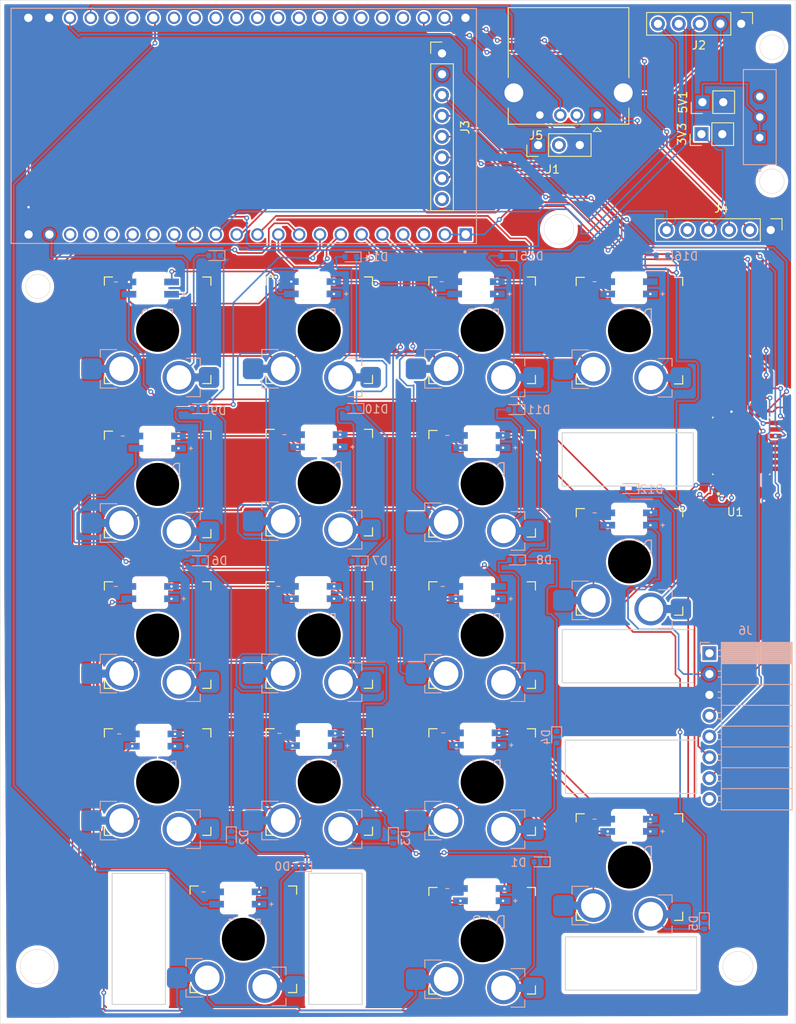
<source format=kicad_pcb>
(kicad_pcb (version 20241229) (generator "pcbnew") (generator_version "9.0")
  (layers (0 "F.Cu" signal) (2 "B.Cu" signal) (13 "F.Paste" user) (15 "B.Paste" user) (5 "F.SilkS" user "F.Silkscreen") (7 "B.SilkS" user "B.Silkscreen") (1 "F.Mask" user) (3 "B.Mask" user) (25 "Edge.Cuts" user))
  (net 0 "")
  (net 1 "Net-(D1-A)")
  (net 2 "Net-(D2-A)")
  (net 3 "Net-(D3-A)")
  (net 4 "Net-(D4-A)")
  (net 5 "Net-(D5-A)")
  (net 6 "Net-(D6-A)")
  (net 7 "Net-(D7-A)")
  (net 8 "Net-(D8-A)")
  (net 9 "Net-(D9-A)")
  (net 10 "Net-(D10-A)")
  (net 11 "Net-(D11-A)")
  (net 12 "Net-(D12-A)")
  (net 13 "Net-(D13-A)")
  (net 14 "Net-(D14-A)")
  (net 15 "Net-(D15-A)")
  (net 16 "Net-(D16-A)")
  (net 17 "Net-(D0-A)")
  (net 18 "C0")
  (net 19 "C2")
  (net 20 "C3")
  (net 21 "GND")
  (net 24 "R3")
  (net 25 "R2")
  (net 26 "R1")
  (net 34 "PB5")
  (net 36 "C1")
  (net 37 "PB3")
  (net 38 "TX2")
  (net 39 "RX2")
  (net 40 "CLK")
  (net 41 "SW")
  (net 43 "SCREEN_RST")
  (net 44 "SCREEN_CS")
  (net 45 "SCREEN_DC")
  (net 47 "R4")
  (net 48 "R0")
  (net 49 "RX")
  (net 50 "TX")
  (net 56 "DT")
  (net 59 "RST")
  (net 61 "5V")
  (net 62 "D-")
  (net 63 "D+")
  (net 64 "R3_LED")
  (net 65 "Net-(D17-DOUT)")
  (net 66 "R0_LED")
  (net 67 "Net-(D19-DOUT)")
  (net 68 "Net-(D20-DOUT)")
  (net 69 "Net-(D21-DOUT)")
  (net 70 "R1_LED")
  (net 71 "Net-(D23-DOUT)")
  (net 72 "Net-(D24-DOUT)")
  (net 73 "R2_LED")
  (net 74 "Net-(D26-DOUT)")
  (net 75 "Net-(D27-DOUT)")
  (net 76 "Net-(D28-DOUT)")
  (net 77 "Net-(D30-DOUT)")
  (net 78 "Net-(D31-DOUT)")
  (net 79 "Net-(D32-DOUT)")
  (net 80 "LEDS_Out")
  (net 81 "Light_int")
  (net 82 "Light_in")
  (net 83 "3V3")
  (net 85 "PC6")
  (net 86 "PB4")
  (net 99 "unconnected-(U2-GPIO21-PadJ3_18)")
  (footprint "footprints:Gateron-KS33-2u-Stabilizer-Cutout" (layer "F.Cu") (at 115.36 146.39 90)
    (property "Reference" "REF**")
    (property "Value" "2U Stabilizer")
    (fp_rect (start 8.75 9.8) (end 15.25 -6.2) (stroke (width 0.12)) (fill no) (layer "Edge.Cuts"))
    (fp_rect (start -8.75 9.8) (end -15.25 -6.2) (stroke (width 0.12)) (fill no) (layer "Edge.Cuts"))
  )
  (footprint "Connector_USB:USB_A_Kycon_KUSBX-AS1N-B_Horizontal" (layer "F.Cu") (at 113.04 54.8775 180)
    (property "Reference" "J5")
    (property "Value" "USB_A")
  )
  (footprint "footprints:SW_Gateron_LowProfile_HotSwap_PTH" (layer "F.Cu") (at 59.4 81.14)
    (property "Reference" "SW13" (hide yes))
    (property "Value" "num_lock" (hide yes))
  )
  (footprint "footprints:SW_Gateron_LowProfile_HotSwap_PTH" (layer "F.Cu") (at 79.12 81.13)
    (property "Reference" "SW14" (hide yes))
    (property "Value" "/" (hide yes))
  )
  (footprint "Connector_PinHeader_2.54mm:PinHeader_1x02_P2.54mm_Vertical" (layer "F.Cu") (at 125.76 57.21 90)
    (property "Reference" "3V3")
    (property "Value" "Conn_01x02_Pin" (hide yes))
  )
  (footprint "footprints:SW_Gateron_LowProfile_HotSwap_PTH" (layer "F.Cu") (at 99 81.14)
    (property "Reference" "SW15" (hide yes))
    (property "Value" "*" (hide yes))
  )
  (footprint "footprints:SW_Gateron_LowProfile_HotSwap_PTH" (layer "F.Cu") (at 59.4 136.25)
    (property "Reference" "SW2" (hide yes))
    (property "Value" "1" (hide yes))
  )
  (footprint "footprints:SW_Gateron_LowProfile_HotSwap_PTH" (layer "F.Cu") (at 79.12 118.31)
    (property "Reference" "SW7" (hide yes))
    (property "Value" "5" (hide yes))
  )
  (footprint "Connector_PinHeader_2.54mm:PinHeader_1x06_P2.54mm_Vertical" (layer "F.Cu") (at 134.21 68.91 -90)
    (property "Reference" "J4")
    (property "Value" "FingerPrint_UART" (hide yes))
  )
  (footprint "Connector_PinHeader_2.54mm:PinHeader_1x03_P2.54mm_Vertical" (layer "F.Cu") (at 105.83 58.54 90)
    (property "Reference" "J1")
    (property "Value" "Light_Sensor")
  )
  (footprint "footprints:SW_Gateron_LowProfile_HotSwap_PTH" (layer "F.Cu") (at 69.86 155.43)
    (property "Reference" "SW0" (hide yes))
    (property "Value" "0" (hide yes))
  )
  (footprint "footprints:Gateron-KS33-2u-Stabilizer-Cutout" (layer "F.Cu") (at 114.96 108.89 90)
    (property "Reference" "REF**")
    (property "Value" "2U Stabilizer")
    (fp_rect (start 8.75 9.8) (end 15.25 -6.2) (stroke (width 0.12)) (fill no) (layer "Edge.Cuts"))
    (fp_rect (start -8.75 9.8) (end -15.25 -6.2) (stroke (width 0.12)) (fill no) (layer "Edge.Cuts"))
  )
  (footprint "footprints:SW_Gateron_LowProfile_HotSwap_PTH" (layer "F.Cu") (at 79.12 136.24)
    (property "Reference" "SW3" (hide yes))
    (property "Value" "2" (hide yes))
  )
  (footprint "footprints:SW_Gateron_LowProfile_HotSwap_PTH" (layer "F.Cu") (at 116.97 81.18)
    (property "Reference" "SW16" (hide yes))
    (property "Value" "-" (hide yes))
  )
  (footprint "footprints:SW_Gateron_LowProfile_HotSwap_PTH" (layer "F.Cu") (at 116.97 146.62)
    (property "Reference" "SW5" (hide yes))
    (property "Value" "enter" (hide yes))
  )
  (footprint "Connector_PinHeader_2.54mm:PinHeader_1x08_P2.54mm_Vertical" (layer "F.Cu") (at 94.1 47.36)
    (property "Reference" "J3")
    (property "Value" "Screen_Connector" (hide yes))
  )
  (footprint "footprints:Gateron-KS33-2u-Stabilizer-Cutout" (layer "F.Cu") (at 69.1 153.58)
    (property "Reference" "REF**")
    (property "Value" "2U Stabilizer")
    (fp_rect (start -8.75 9.8) (end -15.25 -6.2) (stroke (width 0.12)) (fill no) (layer "Edge.Cuts"))
    (fp_rect (start 8.75 9.8) (end 15.25 -6.2) (stroke (width 0.12)) (fill no) (layer "Edge.Cuts"))
  )
  (footprint "footprints:QFP80P900X900X120-32N" (layer "F.Cu") (at 130.62 95.24 90)
    (property "Reference" "U1")
    (property "Value" "ATmega328-P" (hide yes))
  )
  (footprint "footprints:SW_Gateron_LowProfile_HotSwap_PTH" (layer "F.Cu") (at 99 99.86)
    (property "Reference" "SW11" (hide yes))
    (property "Value" "9" (hide yes))
  )
  (footprint "footprints:SW_Gateron_LowProfile_HotSwap_PTH" (layer "F.Cu") (at 59.4 118.32)
    (property "Reference" "SW6" (hide yes))
    (property "Value" "4" (hide yes))
  )
  (footprint "Connector_PinHeader_2.54mm:PinHeader_1x05_P2.54mm_Vertical" (layer "F.Cu") (at 130.61 43.75 -90)
    (property "Reference" "J2")
    (property "Value" "Rotary_Encoder" (hide yes))
  )
  (footprint "footprints:SW_Gateron_LowProfile_HotSwap_PTH" (layer "F.Cu") (at 99 155.61)
    (property "Reference" "SW1" (hide yes))
    (property "Value" "." (hide yes))
  )
  (footprint "footprints:SW_Gateron_LowProfile_HotSwap_PTH" (layer "F.Cu") (at 99 118.32)
    (property "Reference" "SW8" (hide yes))
    (property "Value" "6" (hide yes))
  )
  (footprint "Connector_PinHeader_2.54mm:PinHeader_1x02_P2.54mm_Vertical" (layer "F.Cu") (at 125.88 53.31 90)
    (property "Reference" "5V1")
    (property "Value" "Conn_01x02_Pin")
  )
  (footprint "footprints:SW_Gateron_LowProfile_HotSwap_PTH" (layer "F.Cu") (at 99 136.25)
    (property "Reference" "SW4" (hide yes))
    (property "Value" "3" (hide yes))
  )
  (footprint "footprints:SW_Gateron_LowProfile_HotSwap_PTH" (layer "F.Cu") (at 59.4 99.94)
    (property "Reference" "SW9" (hide yes))
    (property "Value" "7" (hide yes))
  )
  (footprint "footprints:SW_Gateron_LowProfile_HotSwap_PTH" (layer "F.Cu") (at 116.98 109.39)
    (property "Reference" "SW12" (hide yes))
    (property "Value" "+" (hide yes))
  )
  (footprint "footprints:SW_Gateron_LowProfile_HotSwap_PTH" (layer "F.Cu") (at 79.12 99.72)
    (property "Reference" "SW10" (hide yes))
    (property "Value" "8" (hide yes))
  )
  (footprint "footprints:LED_SK6812-E" (layer "B.Cu") (at 58.49 113.14)
    (property "Reference" "D23" (hide yes))
    (property "Value" "SK6812MINI")
    (fp_line (start -1.7 -1.5) (end -1.7 1.5) (stroke (width 0.01)) (layer "Edge.Cuts"))
    (fp_line (start -1.7 1.5) (end 1.7 1.5) (stroke (width 0.01)) (layer "Edge.Cuts"))
    (fp_line (start 1.7 -1.5) (end -1.7 -1.5) (stroke (width 0.01)) (layer "Edge.Cuts"))
    (fp_line (start 1.7 1.5) (end 1.7 -1.5) (stroke (width 0.01)) (layer "Edge.Cuts"))
  )
  (footprint "footprints:LED_SK6812-E" (layer "B.Cu") (at 69.19 150.4)
    (property "Reference" "D17")
    (property "Value" "SK6812MINI")
    (fp_line (start -1.7 -1.5) (end -1.7 1.5) (stroke (width 0.01)) (layer "Edge.Cuts"))
    (fp_line (start -1.7 1.5) (end 1.7 1.5) (stroke (width 0.01)) (layer "Edge.Cuts"))
    (fp_line (start 1.7 -1.5) (end -1.7 -1.5) (stroke (width 0.01)) (layer "Edge.Cuts"))
    (fp_line (start 1.7 1.5) (end 1.7 -1.5) (stroke (width 0.01)) (layer "Edge.Cuts"))
  )
  (footprint "Diode_SMD:D_SOD-523" (layer "B.Cu") (at 66.34 72.02 180)
    (property "Reference" "D13" (hide yes))
    (property "Value" "1N4148WT" (hide yes))
  )
  (footprint "Diode_SMD:D_SOD-523" (layer "B.Cu") (at 106.03 145.99 180)
    (property "Reference" "D1")
    (property "Value" "1N4148WT" (hide yes))
  )
  (footprint "footprints:LED_SK6812-E" (layer "B.Cu") (at 78.33 113.13)
    (property "Reference" "D24")
    (property "Value" "SK6812MINI")
    (fp_line (start -1.7 -1.5) (end -1.7 1.5) (stroke (width 0.01)) (layer "Edge.Cuts"))
    (fp_line (start -1.7 1.5) (end 1.7 1.5) (stroke (width 0.01)) (layer "Edge.Cuts"))
    (fp_line (start 1.7 -1.5) (end -1.7 -1.5) (stroke (width 0.01)) (layer "Edge.Cuts"))
    (fp_line (start 1.7 1.5) (end 1.7 -1.5) (stroke (width 0.01)) (layer "Edge.Cuts"))
  )
  (footprint "Diode_SMD:D_SOD-523" (layer "B.Cu") (at 68.39 142.98 -90)
    (property "Reference" "D2")
    (property "Value" "1N4148WT" (hide yes))
  )
  (footprint "Diode_SMD:D_SOD-523" (layer "B.Cu") (at 64.32 109.26 180)
    (property "Reference" "D6")
    (property "Value" "1N4148WT" (hide yes))
  )
  (footprint "Diode_SMD:D_SOD-523" (layer "B.Cu") (at 88.17 143.07 -90)
    (property "Reference" "D3")
    (property "Value" "1N4148WT" (hide yes))
  )
  (footprint "Diode_SMD:D_SOD-523" (layer "B.Cu") (at 102.94 90.81 180)
    (property "Reference" "D11")
    (property "Value" "1N4148WT" (hide yes))
  )
  (footprint "Diode_SMD:D_SOD-523" (layer "B.Cu") (at 103.02 109.16 180)
    (property "Reference" "D8")
    (property "Value" "1N4148WT" (hide yes))
  )
  (footprint "footprints:LED_SK6812-E" (layer "B.Cu") (at 98.39 113.14)
    (property "Reference" "D25")
    (property "Value" "SK6812MINI")
    (fp_line (start -1.7 -1.5) (end -1.7 1.5) (stroke (width 0.01)) (layer "Edge.Cuts"))
    (fp_line (start -1.7 1.5) (end 1.7 1.5) (stroke (width 0.01)) (layer "Edge.Cuts"))
    (fp_line (start 1.7 -1.5) (end -1.7 -1.5) (stroke (width 0.01)) (layer "Edge.Cuts"))
    (fp_line (start 1.7 1.5) (end 1.7 -1.5) (stroke (width 0.01)) (layer "Edge.Cuts"))
  )
  (footprint "Diode_SMD:D_SOD-523" (layer "B.Cu") (at 116.85 100.45 180)
    (property "Reference" "D12")
    (property "Value" "1N4148WT" (hide yes))
  )
  (footprint "footprints:LED_SK6812-E" (layer "B.Cu") (at 98.95 94.715)
    (property "Reference" "D28")
    (property "Value" "SK6812MINI")
    (fp_line (start -1.7 -1.5) (end -1.7 1.5) (stroke (width 0.01)) (layer "Edge.Cuts"))
    (fp_line (start -1.7 1.5) (end 1.7 1.5) (stroke (width 0.01)) (layer "Edge.Cuts"))
    (fp_line (start 1.7 -1.5) (end -1.7 -1.5) (stroke (width 0.01)) (layer "Edge.Cuts"))
    (fp_line (start 1.7 1.5) (end 1.7 -1.5) (stroke (width 0.01)) (layer "Edge.Cuts"))
  )
  (footprint "footprints:LED_SK6812-E" (layer "B.Cu") (at 78.31 75.95)
    (property "Reference" "D31")
    (property "Value" "SK6812MINI" (hide yes))
    (fp_line (start -1.7 -1.5) (end -1.7 1.5) (stroke (width 0.01)) (layer "Edge.Cuts"))
    (fp_line (start -1.7 1.5) (end 1.7 1.5) (stroke (width 0.01)) (layer "Edge.Cuts"))
    (fp_line (start 1.7 -1.5) (end -1.7 -1.5) (stroke (width 0.01)) (layer "Edge.Cuts"))
    (fp_line (start 1.7 1.5) (end 1.7 -1.5) (stroke (width 0.01)) (layer "Edge.Cuts"))
  )
  (footprint "Diode_SMD:D_SOD-523" (layer "B.Cu") (at 83.3 90.67 180)
    (property "Reference" "D10")
    (property "Value" "1N4148WT" (hide yes))
  )
  (footprint "footprints:LED_SK6812-E" (layer "B.Cu") (at 58.5 75.99)
    (property "Reference" "D30")
    (property "Value" "SK6812MINI")
    (fp_line (start -1.7 -1.5) (end -1.7 1.5) (stroke (width 0.01)) (layer "Edge.Cuts"))
    (fp_line (start -1.7 1.5) (end 1.7 1.5) (stroke (width 0.01)) (layer "Edge.Cuts"))
    (fp_line (start 1.7 -1.5) (end -1.7 -1.5) (stroke (width 0.01)) (layer "Edge.Cuts"))
    (fp_line (start 1.7 1.5) (end 1.7 -1.5) (stroke (width 0.01)) (layer "Edge.Cuts"))
  )
  (footprint "Diode_SMD:D_SOD-523" (layer "B.Cu") (at 126.11 153.47 -90)
    (property "Reference" "D5")
    (property "Value" "1N4148WT" (hide yes))
  )
  (footprint "footprints:LED_SK6812-E" (layer "B.Cu") (at 98.95 149.985)
    (property "Reference" "D18")
    (property "Value" "SK6812MINI")
    (fp_line (start -1.7 -1.5) (end -1.7 1.5) (stroke (width 0.01)) (layer "Edge.Cuts"))
    (fp_line (start -1.7 1.5) (end 1.7 1.5) (stroke (width 0.01)) (layer "Edge.Cuts"))
    (fp_line (start 1.7 -1.5) (end -1.7 -1.5) (stroke (width 0.01)) (layer "Edge.Cuts"))
    (fp_line (start 1.7 1.5) (end 1.7 -1.5) (stroke (width 0.01)) (layer "Edge.Cuts"))
  )
  (footprint "Diode_SMD:D_SOD-523" (layer "B.Cu") (at 108.09 130.77 -90)
    (property "Reference" "D4")
    (property "Value" "1N4148WT" (hide yes))
  )
  (footprint "footprints:LED_SK6812-E" (layer "B.Cu") (at 58.91 131.13)
    (property "Reference" "D19")
    (property "Value" "SK6812MINI")
    (fp_line (start -1.7 -1.5) (end -1.7 1.5) (stroke (width 0.01)) (layer "Edge.Cuts"))
    (fp_line (start -1.7 1.5) (end 1.7 1.5) (stroke (width 0.01)) (layer "Edge.Cuts"))
    (fp_line (start 1.7 -1.5) (end -1.7 -1.5) (stroke (width 0.01)) (layer "Edge.Cuts"))
    (fp_line (start 1.7 1.5) (end 1.7 -1.5) (stroke (width 0.01)) (layer "Edge.Cuts"))
  )
  (footprint "footprints:LED_SK6812-E" (layer "B.Cu") (at 78.46 131.06)
    (property "Reference" "D20")
    (property "Value" "SK6812MINI")
    (fp_line (start -1.7 -1.5) (end -1.7 1.5) (stroke (width 0.01)) (layer "Edge.Cuts"))
    (fp_line (start -1.7 1.5) (end 1.7 1.5) (stroke (width 0.01)) (layer "Edge.Cuts"))
    (fp_line (start 1.7 -1.5) (end -1.7 -1.5) (stroke (width 0.01)) (layer "Edge.Cuts"))
    (fp_line (start 1.7 1.5) (end 1.7 -1.5) (stroke (width 0.01)) (layer "Edge.Cuts"))
  )
  (footprint "footprints:LED_SK6812-E" (layer "B.Cu") (at 98.25 75.96)
    (property "Reference" "D32")
    (property "Value" "SK6812MINI")
    (fp_line (start -1.7 -1.5) (end -1.7 1.5) (stroke (width 0.01)) (layer "Edge.Cuts"))
    (fp_line (start -1.7 1.5) (end 1.7 1.5) (stroke (width 0.01)) (layer "Edge.Cuts"))
    (fp_line (start 1.7 -1.5) (end -1.7 -1.5) (stroke (width 0.01)) (layer "Edge.Cuts"))
    (fp_line (start 1.7 1.5) (end 1.7 -1.5) (stroke (width 0.01)) (layer "Edge.Cuts"))
  )
  (footprint "Diode_SMD:D_SOD-523" (layer "B.Cu") (at 82.96 72.19 180)
    (property "Reference" "D14")
    (property "Value" "1N4148WT" (hide yes))
  )
  (footprint "footprints:LED_SK6812-E" (layer "B.Cu") (at 59.35 94.785)
    (property "Reference" "D26")
    (property "Value" "SK6812MINI")
    (fp_line (start -1.7 -1.5) (end -1.7 1.5) (stroke (width 0.01)) (layer "Edge.Cuts"))
    (fp_line (start -1.7 1.5) (end 1.7 1.5) (stroke (width 0.01)) (layer "Edge.Cuts"))
    (fp_line (start 1.7 -1.5) (end -1.7 -1.5) (stroke (width 0.01)) (layer "Edge.Cuts"))
    (fp_line (start 1.7 1.5) (end 1.7 -1.5) (stroke (width 0.01)) (layer "Edge.Cuts"))
  )
  (footprint "footprints:LED_SK6812-E" (layer "B.Cu") (at 98.46 131)
    (property "Reference" "D21")
    (property "Value" "SK6812MINI")
    (fp_line (start -1.7 -1.5) (end -1.7 1.5) (stroke (width 0.01)) (layer "Edge.Cuts"))
    (fp_line (start -1.7 1.5) (end 1.7 1.5) (stroke (width 0.01)) (layer "Edge.Cuts"))
    (fp_line (start 1.7 -1.5) (end -1.7 -1.5) (stroke (width 0.01)) (layer "Edge.Cuts"))
    (fp_line (start 1.7 1.5) (end 1.7 -1.5) (stroke (width 0.01)) (layer "Edge.Cuts"))
  )
  (footprint "footprints:XCVR_ESP32-S3-DEVKITC-1-N8R2" (layer "B.Cu") (at 66.93 56.57 90)
    (property "Reference" "U2" (hide yes))
    (property "Value" "ESP32-S3-DEVKITC-1-N16R8V")
  )
  (footprint "footprints:LED_SK6812-E" (layer "B.Cu") (at 116.93 104.165)
    (property "Reference" "D29")
    (property "Value" "SK6812MINI" (hide yes))
    (fp_line (start -1.7 -1.5) (end -1.7 1.5) (stroke (width 0.01)) (layer "Edge.Cuts"))
    (fp_line (start -1.7 1.5) (end 1.7 1.5) (stroke (width 0.01)) (layer "Edge.Cuts"))
    (fp_line (start 1.7 -1.5) (end -1.7 -1.5) (stroke (width 0.01)) (layer "Edge.Cuts"))
    (fp_line (start 1.7 1.5) (end 1.7 -1.5) (stroke (width 0.01)) (layer "Edge.Cuts"))
  )
  (footprint "footprints:LED_SK6812-E" (layer "B.Cu") (at 116.92 75.96)
    (property "Reference" "D33")
    (property "Value" "SK6812MINI")
    (fp_line (start -1.7 -1.5) (end -1.7 1.5) (stroke (width 0.01)) (layer "Edge.Cuts"))
    (fp_line (start -1.7 1.5) (end 1.7 1.5) (stroke (width 0.01)) (layer "Edge.Cuts"))
    (fp_line (start 1.7 -1.5) (end -1.7 -1.5) (stroke (width 0.01)) (layer "Edge.Cuts"))
    (fp_line (start 1.7 1.5) (end 1.7 -1.5) (stroke (width 0.01)) (layer "Edge.Cuts"))
  )
  (footprint "footprints:LED_SK6812-E" (layer "B.Cu") (at 116.92 141.525)
    (property "Reference" "D22")
    (property "Value" "SK6812MINI")
    (fp_line (start -1.7 -1.5) (end -1.7 1.5) (stroke (width 0.01)) (layer "Edge.Cuts"))
    (fp_line (start -1.7 1.5) (end 1.7 1.5) (stroke (width 0.01)) (layer "Edge.Cuts"))
    (fp_line (start 1.7 -1.5) (end -1.7 -1.5) (stroke (width 0.01)) (layer "Edge.Cuts"))
    (fp_line (start 1.7 1.5) (end 1.7 -1.5) (stroke (width 0.01)) (layer "Edge.Cuts"))
  )
  (footprint "footprints:SW_MINI-SPDT-SW" (layer "B.Cu") (at 132.87 55.13 90)
    (property "Reference" "S1" (hide yes))
    (property "Value" "MINI-SPDT-SW" (hide yes))
  )
  (footprint "Diode_SMD:D_SOD-523" (layer "B.Cu") (at 120.94 72 180)
    (property "Reference" "D16")
    (property "Value" "1N4148WT" (hide yes))
  )
  (footprint "footprints:LED_SK6812-E" (layer "B.Cu") (at 79.07 94.62)
    (property "Reference" "D27")
    (property "Value" "SK6812MINI")
    (fp_line (start -1.7 -1.5) (end -1.7 1.5) (stroke (width 0.01)) (layer "Edge.Cuts"))
    (fp_line (start -1.7 1.5) (end 1.7 1.5) (stroke (width 0.01)) (layer "Edge.Cuts"))
    (fp_line (start 1.7 -1.5) (end -1.7 -1.5) (stroke (width 0.01)) (layer "Edge.Cuts"))
    (fp_line (start 1.7 1.5) (end 1.7 -1.5) (stroke (width 0.01)) (layer "Edge.Cuts"))
  )
  (footprint "Diode_SMD:D_SOD-523" (layer "B.Cu") (at 64.33 90.7 180)
    (property "Reference" "D9")
    (property "Value" "1N4148WT" (hide yes))
  )
  (footprint "Diode_SMD:D_SOD-523" (layer "B.Cu") (at 101.97 72.05 180)
    (property "Reference" "D15")
    (property "Value" "1N4148WT" (hide yes))
  )
  (footprint "Connector_PinSocket_2.54mm:PinSocket_1x08_P2.54mm_Horizontal" (layer "B.Cu") (at 126.73 120.54 180)
    (property "Reference" "J6")
    (property "Value" "Programmer")
  )
  (footprint "Diode_SMD:D_SOD-523" (layer "B.Cu") (at 83.82 109.29 180)
    (property "Reference" "D7")
    (property "Value" "1N4148WT" (hide yes))
  )
  (footprint "Diode_SMD:D_SOD-523" (layer "B.Cu") (at 76.93 146.56 180)
    (property "Reference" "D0")
    (property "Value" "1N4148WT" (hide yes))
  )
  (gr_rect (start 40.19 40.87) (end 137.19 165.74) (stroke (width 0.05)) (fill no) (layer "Edge.Cuts"))
  (gr_circle (center 108.364345 68.81) (end 109.989307 69.62) (stroke (width 0.05)) (fill no) (layer "Edge.Cuts"))
  (gr_circle (center 134.35 62.95) (end 134.35 64.45) (stroke (width 0.05)) (fill no) (layer "Edge.Cuts"))
  (gr_circle (center 44.78 75.797988) (end 45.83 76.857988) (stroke (width 0.05)) (fill no) (layer "Edge.Cuts"))
  (gr_circle (center 44.71 158.76) (end 46.64 159.58) (stroke (width 0.05)) (fill no) (layer "Edge.Cuts"))
  (gr_circle (center 134.37 46.59) (end 134.37 48.09) (stroke (width 0.05)) (fill no) (layer "Edge.Cuts"))
  (gr_circle (center 130.21 158.76) (end 132.06 158.76) (stroke (width 0.05)) (fill no) (layer "Edge.Cuts"))
  (segment (start 105.33 158.68) (end 105.33 145.99) (width 0.2) (layer "B.Cu") (net 1))
  (segment (start 101.6 160.87) (end 103.14 160.87) (width 0.2) (layer "B.Cu") (net 1))
  (segment (start 103.14 160.87) (end 105.33 158.68) (width 0.2) (layer "B.Cu") (net 1))
  (segment (start 63.68 143.68) (end 62 142) (width 0.2) (layer "B.Cu") (net 2))
  (segment (start 68.39 143.68) (end 63.68 143.68) (width 0.2) (layer "B.Cu") (net 2))
  (segment (start 81.72 141.99) (end 83.5 143.77) (width 0.2) (layer "B.Cu") (net 3))
  (segment (start 83.5 143.77) (end 88.17 143.77) (width 0.2) (layer "B.Cu") (net 3))
  (segment (start 107.79 131.77) (end 108.09 131.47) (width 0.2) (layer "B.Cu") (net 4))
  (segment (start 107.79 139.48) (end 107.79 131.77) (width 0.2) (layer "B.Cu") (net 4))
  (segment (start 105.27 142) (end 107.79 139.48) (width 0.2) (layer "B.Cu") (net 4))
  (segment (start 101.6 142) (end 105.27 142) (width 0.2) (layer "B.Cu") (net 4))
  (segment (start 119.57 152.37) (end 121.37 154.17) (width 0.2) (layer "B.Cu") (net 5))
  (segment (start 121.37 154.17) (end 126.11 154.17) (width 0.2) (layer "B.Cu") (net 5))
  (segment (start 62.49 109.52) (end 62.49 110.25) (width 0.2) (layer "B.Cu") (net 6))
  (segment (start 63.62 122.45) (end 62 124.07) (width 0.2) (layer "B.Cu") (net 6))
  (segment (start 63.62 109.26) (end 62.75 109.26) (width 0.2) (layer "B.Cu") (net 6))
  (segment (start 62.75 109.26) (end 62.49 109.52) (width 0.2) (layer "B.Cu") (net 6))
  (segment (start 62.49 110.25) (end 63.62 111.38) (width 0.2) (layer "B.Cu") (net 6))
  (segment (start 63.62 111.38) (end 63.62 122.45) (width 0.2) (layer "B.Cu") (net 6))
  (segment (start 83.12 122.66) (end 81.72 124.06) (width 0.2) (layer "B.Cu") (net 7))
  (segment (start 83.12 109.29) (end 83.12 122.66) (width 0.2) (layer "B.Cu") (net 7))
  (segment (start 103.42 122.25) (end 103.42 111.26) (width 0.2) (layer "B.Cu") (net 8))
  (segment (start 102.81 110.65) (end 101.11 110.65) (width 0.2) (layer "B.Cu") (net 8))
  (segment (start 101.02 109.46) (end 102.02 109.46) (width 0.2) (layer "B.Cu") (net 8))
  (segment (start 101.11 110.65) (end 101.02 110.56) (width 0.2) (layer "B.Cu") (net 8))
  (segment (start 103.42 111.26) (end 102.81 110.65) (width 0.2) (layer "B.Cu") (net 8))
  (segment (start 101.02 110.56) (end 101.02 109.46) (width 0.2) (layer "B.Cu") (net 8))
  (segment (start 101.6 124.07) (end 103.42 122.25) (width 0.2) (layer "B.Cu") (net 8))
  (segment (start 102.02 109.46) (end 102.32 109.16) (width 0.2) (layer "B.Cu") (net 8))
  (segment (start 62.05 92.29) (end 64.66 92.29) (width 0.2) (layer "B.Cu") (net 9))
  (segment (start 61.62 91.86) (end 62.05 92.29) (width 0.2) (layer "B.Cu") (net 9))
  (segment (start 63.63 90.7) (end 61.85 90.7) (width 0.2) (layer "B.Cu") (net 9))
  (segment (start 64.66 92.29) (end 64.66 103.03) (width 0.2) (layer "B.Cu") (net 9))
  (segment (start 61.62 90.93) (end 61.62 91.86) (width 0.2) (layer "B.Cu") (net 9))
  (segment (start 61.85 90.7) (end 61.62 90.93) (width 0.2) (layer "B.Cu") (net 9))
  (segment (start 64.66 103.03) (end 62 105.69) (width 0.2) (layer "B.Cu") (net 9))
  (segment (start 81.37 90.83) (end 81.37 92.27) (width 0.2) (layer "B.Cu") (net 10))
  (segment (start 81.37 92.27) (end 81.55 92.45) (width 0.2) (layer "B.Cu") (net 10))
  (segment (start 83.31 103.88) (end 81.72 105.47) (width 0.2) (layer "B.Cu") (net 10))
  (segment (start 83.31 92.73) (end 83.31 103.88) (width 0.2) (layer "B.Cu") (net 10))
  (segment (start 81.55 92.45) (end 83.03 92.45) (width 0.2) (layer "B.Cu") (net 10))
  (segment (start 82.6 90.67) (end 81.53 90.67) (width 0.2) (layer "B.Cu") (net 10))
  (segment (start 81.53 90.67) (end 81.37 90.83) (width 0.2) (layer "B.Cu") (net 10))
  (segment (start 83.03 92.45) (end 83.31 92.73) (width 0.2) (layer "B.Cu") (net 10))
  (segment (start 100.81 90.82) (end 102.23 90.82) (width 0.2) (layer "B.Cu") (net 11))
  (segment (start 103.7 92.98) (end 102.6 91.88) (width 0.2) (layer "B.Cu") (net 11))
  (segment (start 101.6 105.61) (end 103.7 103.51) (width 0.2) (layer "B.Cu") (net 11))
  (segment (start 102.6 91.88) (end 100.81 91.88) (width 0.2) (layer "B.Cu") (net 11))
  (segment (start 100.81 91.88) (end 100.81 90.82) (width 0.2) (layer "B.Cu") (net 11))
  (segment (start 103.7 103.51) (end 103.7 92.98) (width 0.2) (layer "B.Cu") (net 11))
  (segment (start 102.23 90.82) (end 102.24 90.81) (width 0.2) (layer "B.Cu") (net 11))
  (segment (start 116.15 100.45) (end 117.15 101.45) (width 0.2) (layer "B.Cu") (net 12))
  (segment (start 120.93 101.81) (end 122.43 103.31) (width 0.2) (layer "B.Cu") (net 12))
  (segment (start 116.15 100.45) (end 116 100.45) (width 0.2) (layer "B.Cu") (net 12))
  (segment (start 117.15 101.45) (end 120.93 101.45) (width 0.2) (layer "B.Cu") (net 12))
  (segment (start 120.93 101.45) (end 120.93 101.81) (width 0.2) (layer "B.Cu") (net 12))
  (segment (start 122.43 103.31) (end 122.43 112.29) (width 0.2) (layer "B.Cu") (net 12))
  (segment (start 122.43 112.29) (end 119.57 115.15) (width 0.2) (layer "B.Cu") (net 12))
  (segment (start 63.8 72.54) (end 63.8 85.09) (width 0.2) (layer "B.Cu") (net 13))
  (segment (start 65.64 72.02) (end 64.32 72.02) (width 0.2) (layer "B.Cu") (net 13))
  (segment (start 63.8 85.09) (end 62 86.89) (width 0.2) (layer "B.Cu") (net 13))
  (segment (start 64.32 72.02) (end 63.8 72.54) (width 0.2) (layer "B.Cu") (net 13))
  (segment (start 81.21 73.45) (end 81.21 72.48) (width 0.2) (layer "B.Cu") (net 14))
  (segment (start 81.72 85.08) (end 83.05 83.75) (width 0.2) (layer "B.Cu") (net 14))
  (segment (start 83.05 73.64) (end 81.4 73.64) (width 0.2) (layer "B.Cu") (net 14))
  (segment (start 81.18 72.19) (end 82.26 72.19) (width 0.2) (layer "B.Cu") (net 14))
  (segment (start 81.05 72.32) (end 81.18 72.19) (width 0.2) (layer "B.Cu") (net 14))
  (segment (start 81.21 72.48) (end 81.05 72.32) (width 0.2) (layer "B.Cu") (net 14))
  (segment (start 81.72 86.88) (end 81.72 85.08) (width 0.2) (layer "B.Cu") (net 14))
  (segment (start 83.05 83.75) (end 83.05 73.64) (width 0.2) (layer "B.Cu") (net 14))
  (segment (start 81.4 73.64) (end 81.21 73.45) (width 0.2) (layer "B.Cu") (net 14))
  (segment (start 100.78 73.26) (end 102.15 73.26) (width 0.2) (layer "B.Cu") (net 15))
  (segment (start 102.15 73.26) (end 102.85 73.96) (width 0.2) (layer "B.Cu") (net 15))
  (segment (start 101.27 72.05) (end 99.99 72.05) (width 0.2) (layer "B.Cu") (net 15))
  (segment (start 102.85 73.96) (end 102.85 85.64) (width 0.2) (layer "B.Cu") (net 15))
  (segment (start 102.85 85.64) (end 101.6 86.89) (width 0.2) (layer "B.Cu") (net 15))
  (segment (start 99.99 72.05) (end 99.78 72.26) (width 0.2) (layer "B.Cu") (net 15))
  (segment (start 99.78 72.26) (end 100.78 73.26) (width 0.2) (layer "B.Cu") (net 15))
  (segment (start 121.32 73.61) (end 121.38 73.55) (width 0.2) (layer "B.Cu") (net 16))
  (segment (start 121.38 73.55) (end 121.68 73.85) (width 0.2) (layer "B.Cu") (net 16))
  (segment (start 121.68 84.82) (end 119.57 86.93) (width 0.2) (layer "B.Cu") (net 16))
  (segment (start 119.12 73.61) (end 121.32 73.61) (width 0.2) (layer "B.Cu") (net 16))
  (segment (start 118.89 73.38) (end 119.12 73.61) (width 0.2) (layer "B.Cu") (net 16))
  (segment (start 118.89 72.12) (end 118.89 73.38) (width 0.2) (layer "B.Cu") (net 16))
  (segment (start 121.68 73.85) (end 121.68 84.82) (width 0.2) (layer "B.Cu") (net 16))
  (segment (start 119.01 72) (end 118.89 72.12) (width 0.2) (layer "B.Cu") (net 16))
  (segment (start 120.24 72) (end 119.01 72) (width 0.2) (layer "B.Cu") (net 16))
  (segment (start 74.46 148.33) (end 74.46 160.09) (width 0.2) (layer "B.Cu") (net 17))
  (segment (start 74.46 160.09) (end 73.19 161.36) (width 0.2) (layer "B.Cu") (net 17))
  (segment (start 76.23 146.56) (end 74.46 148.33) (width 0.2) (layer "B.Cu") (net 17))
  (segment (start 73.19 161.36) (end 72.475 161.36) (width 0.2) (layer "B.Cu") (net 17))
  (segment (start 72.96 70.91) (end 72.16 71.71) (width 0.2) (layer "F.Cu") (net 18))
  (segment (start 76.67 69.45) (end 75.31 68.09) (width 0.2) (layer "F.Cu") (net 18))
  (segment (start 72.96 68.77) (end 72.96 70.91) (width 0.2) (layer "F.Cu") (net 18))
  (segment (start 73.64 68.09) (end 72.96 68.77) (width 0.2) (layer "F.Cu") (net 18))
  (segment (start 75.31 68.09) (end 73.64 68.09) (width 0.2) (layer "F.Cu") (net 18))
  (segment (start 69.19 71.71) (end 68.81 71.33) (width 0.2) (layer "F.Cu") (net 18))
  (segment (start 72.16 71.71) (end 69.19 71.71) (width 0.2) (layer "F.Cu") (net 18))
  (via (at 68.81 71.33) (size 0.6) (drill 0.3) (layers "F.Cu" "B.Cu") (net 18))
  (segment (start 67.45 88.28) (end 67.45 73.03) (width 0.2) (layer "B.Cu") (net 18))
  (segment (start 77.19 144.98) (end 77.63 145.42) (width 0.2) (layer "B.Cu") (net 18))
  (segment (start 77.63 145.42) (end 77.63 146.56) (width 0.2) (layer "B.Cu") (net 18))
  (segment (start 67.65 106.63) (end 67.65 92.18) (width 0.2) (layer "B.Cu") (net 18))
  (segment (start 65.02 109.26) (end 68.39 112.63) (width 0.2) (layer "B.Cu") (net 18))
  (segment (start 67.45 73.03) (end 68 72.48) (width 0.2) (layer "B.Cu") (net 18))
  (segment (start 68.39 142.28) (end 69.06 142.28) (width 0.2) (layer "B.Cu") (net 18))
  (segment (start 68.81 71.33) (end 68.85 71.33) (width 0.2) (layer "B.Cu") (net 18))
  (segment (start 67.73 71.33) (end 68.81 71.33) (width 0.2) (layer "B.Cu") (net 18))
  (segment (start 71.76 144.98) (end 77.19 144.98) (width 0.2) (layer "B.Cu") (net 18))
  (segment (start 67.04 72.02) (end 67.73 71.33) (width 0.2) (layer "B.Cu") (net 18))
  (segment (start 65.02 109.26) (end 67.65 106.63) (width 0.2) (layer "B.Cu") (net 18))
  (segment (start 66.17 90.7) (end 65.03 90.7) (width 0.2) (layer "B.Cu") (net 18))
  (segment (start 67.5 72.48) (end 67.04 72.02) (width 0.2) (layer "B.Cu") (net 18))
  (segment (start 69.06 142.28) (end 71.76 144.98) (width 0.2) (layer "B.Cu") (net 18))
  (segment (start 68 72.48) (end 67.5 72.48) (width 0.2) (layer "B.Cu") (net 18))
  (segment (start 68.39 112.63) (end 68.39 142.28) (width 0.2) (layer "B.Cu") (net 18))
  (segment (start 65.03 90.7) (end 67.45 88.28) (width 0.2) (layer "B.Cu") (net 18))
  (segment (start 67.65 92.18) (end 66.17 90.7) (width 0.2) (layer "B.Cu") (net 18))
  (segment (start 73.85 67.19) (end 99.7 67.19) (width 0.2) (layer "F.Cu") (net 19))
  (segment (start 104.96 70.6) (end 104.96 72.16) (width 0.2) (layer "F.Cu") (net 19))
  (segment (start 104.29 69.93) (end 104.96 70.6) (width 0.2) (layer "F.Cu") (net 19))
  (segment (start 102.44 69.93) (end 104.29 69.93) (width 0.2) (layer "F.Cu") (net 19))
  (segment (start 71.59 69.45) (end 73.85 67.19) (width 0.2) (layer "F.Cu") (net 19))
  (segment (start 99.7 67.19) (end 102.44 69.93) (width 0.2) (layer "F.Cu") (net 19))
  (via (at 104.96 72.16) (size 0.6) (drill 0.3) (layers "F.Cu" "B.Cu") (net 19))
  (segment (start 108.06 109.22) (end 108.09 109.25) (width 0.2) (layer "B.Cu") (net 19))
  (segment (start 107.02 107.71) (end 106.89 107.84) (width 0.2) (layer "B.Cu") (net 19))
  (segment (start 106.89 107.84) (end 105.04 107.84) (width 0.2) (layer "B.Cu") (net 19))
  (segment (start 107.39 115.73) (end 108.09 116.43) (width 0.2) (layer "B.Cu") (net 19))
  (segment (start 108.09 109.25) (end 108.09 112.38) (width 0.2) (layer "B.Cu") (net 19))
  (segment (start 103.78 109.22) (end 108.06 109.22) (width 0.2) (layer "B.Cu") (net 19))
  (segment (start 108.09 112.38) (end 107.26 112.38) (width 0.2) (layer "B.Cu") (net 19))
  (segment (start 107.1 88.49) (end 107.1 84.9) (width 0.2) (layer "B.Cu") (net 19))
  (segment (start 105.88 93.05) (end 105.88 102.73) (width 0.2) (layer "B.Cu") (net 19))
  (segment (start 107.02 103.87) (end 107.02 107.71) (width 0.2) (layer "B.Cu") (net 19))
  (segment (start 103.64 90.81) (end 105.88 93.05) (width 0.2) (layer "B.Cu") (net 19))
  (segment (start 103.72 109.16) (end 103.78 109.22) (width 0.2) (layer "B.Cu") (net 19))
  (segment (start 105.88 102.73) (end 107.02 103.87) (width 0.2) (layer "B.Cu") (net 19))
  (segment (start 106.94 115.73) (end 107.39 115.73) (width 0.2) (layer "B.Cu") (net 19))
  (segment (start 103.64 88.69) (end 106.9 88.69) (width 0.2) (layer "B.Cu") (net 19))
  (segment (start 104.96 72.16) (end 104.5 72.16) (width 0.2) (layer "B.Cu") (net 19))
  (segment (start 105.04 107.84) (end 103.72 109.16) (width 0.2) (layer "B.Cu") (net 19))
  (segment (start 107.26 112.38) (end 106.94 112.7) (width 0.2) (layer "B.Cu") (net 19))
  (segment (start 108.09 116.43) (end 108.09 130.07) (width 0.2) (layer "B.Cu") (net 19))
  (segment (start 102.67 72.05) (end 103.64 73.02) (width 0.2) (layer "B.Cu") (net 19))
  (segment (start 104.5 72.16) (end 103.64 73.02) (width 0.2) (layer "B.Cu") (net 19))
  (segment (start 106.94 112.7) (end 106.94 115.73) (width 0.2) (layer "B.Cu") (net 19))
  (segment (start 103.64 90.81) (end 103.64 88.69) (width 0.2) (layer "B.Cu") (net 19))
  (segment (start 103.64 84.03) (end 103.64 73.02) (width 0.2) (layer "B.Cu") (net 19))
  (segment (start 107.1 84.9) (end 106.23 84.03) (width 0.2) (layer "B.Cu") (net 19))
  (segment (start 106.9 88.69) (end 107.1 88.49) (width 0.2) (layer "B.Cu") (net 19))
  (segment (start 106.23 84.03) (end 103.64 84.03) (width 0.2) (layer "B.Cu") (net 19))
  (segment (start 100.65 66.78) (end 101.73 65.7) (width 0.2) (layer "F.Cu") (net 20))
  (segment (start 69.54 69.45) (end 70.71 68.28) (width 0.2) (layer "F.Cu") (net 20))
  (segment (start 101.92 65.51) (end 106.36 65.51) (width 0.2) (layer "F.Cu") (net 20))
  (segment (start 101.73 65.7) (end 101.92 65.51) (width 0.2) (layer "F.Cu") (net 20))
  (segment (start 70.71 68.28) (end 72.73 66.26) (width 0.2) (layer "F.Cu") (net 20))
  (segment (start 122.23 112.41) (end 118.32 112.41) (width 0.2) (layer "F.Cu") (net 20))
  (segment (start 91.44 66.26) (end 91.74 66.26) (width 0.2) (layer "F.Cu") (net 20))
  (segment (start 92.26 66.78) (end 100.65 66.78) (width 0.2) (layer "F.Cu") (net 20))
  (segment (start 91.74 66.26) (end 92.26 66.78) (width 0.2) (layer "F.Cu") (net 20))
  (segment (start 109.577157 65.592843) (end 114.36 70.375686) (width 0.2) (layer "F.Cu") (net 20))
  (segment (start 116.34 114.39) (end 116.34 116.86) (width 0.2) (layer "F.Cu") (net 20))
  (segment (start 114.36 70.375686) (end 117.694314 73.71) (width 0.2) (layer "F.Cu") (net 20))
  (segment (start 117.694314 73.71) (end 121.72 73.71) (width 0.2) (layer "F.Cu") (net 20))
  (segment (start 109.27 65.51) (end 109.31 65.47) (width 0.2) (layer "F.Cu") (net 20))
  (segment (start 122.04 117.94) (end 122.59 118.49) (width 0.2) (layer "F.Cu") (net 20))
  (segment (start 116.34 116.86) (end 117.42 117.94) (width 0.2) (layer "F.Cu") (net 20))
  (segment (start 69.05 69.45) (end 69.54 69.45) (width 0.2) (layer "F.Cu") (net 20))
  (segment (start 117.42 117.94) (end 122.04 117.94) (width 0.2) (layer "F.Cu") (net 20))
  (segment (start 123.46 102.84) (end 123.46 111.18) (width 0.2) (layer "F.Cu") (net 20))
  (segment (start 121.72 73.71) (end 122.13 74.12) (width 0.2) (layer "F.Cu") (net 20))
  (segment (start 118.32 112.41) (end 116.34 114.39) (width 0.2) (layer "F.Cu") (net 20))
  (segment (start 109.432843 65.592843) (end 109.577157 65.592843) (width 0.2) (layer "F.Cu") (net 20))
  (segment (start 122.59 118.49) (end 122.59 123.11) (width 0.2) (layer "F.Cu") (net 20))
  (segment (start 109.31 65.47) (end 109.432843 65.592843) (width 0.2) (layer "F.Cu") (net 20))
  (segment (start 72.73 66.26) (end 91.44 66.26) (width 0.2) (layer "F.Cu") (net 20))
  (segment (start 122.13 74.12) (end 122.7 74.12) (width 0.2) (layer "F.Cu") (net 20))
  (segment (start 123.46 111.18) (end 122.23 112.41) (width 0.2) (layer "F.Cu") (net 20))
  (segment (start 123.15 123.67) (end 123.15 130.17) (width 0.2) (layer "F.Cu") (net 20))
  (segment (start 106.36 65.51) (end 109.27 65.51) (width 0.2) (layer "F.Cu") (net 20))
  (segment (start 122.59 123.11) (end 123.15 123.67) (width 0.2) (layer "F.Cu") (net 20))
  (via (at 123.15 130.17) (size 0.6) (drill 0.3) (layers "F.Cu" "B.Cu") (net 20))
  (via (at 123.46 102.84) (size 0.6) (drill 0.3) (layers "F.Cu" "B.Cu") (net 20))
  (via (at 122.71 74.1) (size 0.6) (drill 0.3) (layers "F.Cu" "B.Cu") (net 20))
  (segment (start 121.15 100.45) (end 122.53 101.83) (width 0.2) (layer "B.Cu") (net 20))
  (segment (start 124.95 89.78) (end 122.76 89.78) (width 0.2) (layer "B.Cu") (net 20))
  (segment (start 122.71 101.65) (end 122.53 101.83) (width 0.2) (layer "B.Cu") (net 20))
  (segment (start 121.64 72) (end 122.71 73.07) (width 0.2) (layer "B.Cu") (net 20))
  (segment (start 126.11 152.77) (end 126.11 142.78) (width 0.2) (layer "B.Cu") (net 20))
  (segment (start 123.46 102.76) (end 122.53 101.83) (width 0.2) (layer "B.Cu") (net 20))
  (segment (start 123.15 139.82) (end 123.15 130.17) (width 0.2) (layer "B.Cu") (net 20))
  (segment (start 122.71 89.83) (end 122.71 101.65) (width 0.2) (layer "B.Cu") (net 20))
  (segment (start 126.11 142.78) (end 123.15 139.82) (width 0.2) (layer "B.Cu") (net 20))
  (segment (start 122.76 89.78) (end 122.71 89.83) (width 0.2) (layer "B.Cu") (net 20))
  (segment (start 122.71 73.07) (end 122.71 74.1) (width 0.2) (layer "B.Cu") (net 20))
  (segment (start 125.01 84.92) (end 125.36 85.27) (width 0.2) (layer "B.Cu") (net 20))
  (segment (start 117.55 100.45) (end 121.15 100.45) (width 0.2) (layer "B.Cu") (net 20))
  (segment (start 125.36 89.37) (end 124.95 89.78) (width 0.2) (layer "B.Cu") (net 20))
  (segment (start 122.71 84.92) (end 125.01 84.92) (width 0.2) (layer "B.Cu") (net 20))
  (segment (start 122.71 74.1) (end 122.71 84.92) (width 0.2) (layer "B.Cu") (net 20))
  (segment (start 123.46 102.84) (end 123.46 102.76) (width 0.2) (layer "B.Cu") (net 20))
  (segment (start 125.36 85.27) (end 125.36 89.37) (width 0.2) (layer "B.Cu") (net 20))
  (segment (start 122.1925 52.1675) (end 130.61 43.75) (width 0.2) (layer "F.Cu") (net 21))
  (segment (start 115.72 57.11) (end 116.215 56.615) (width 0.2) (layer "F.Cu") (net 21))
  (segment (start 55.9 75.24) (end 55.9 77.53) (width 0.2) (layer "F.Cu") (net 21))
  (segment (start 110.91 57.38) (end 110.91 58.54) (width 0.2) (layer "F.Cu") (net 21))
  (segment (start 55.9 77.53) (end 56.5 78.13) (width 0.2) (layer "F.Cu") (net 21))
  (segment (start 43.65 43.05) (end 43.62 43.02) (width 0.2) (layer "F.Cu") (net 21))
  (segment (start 133.41 118.94) (end 133.41 99.41) (width 0.2) (layer "F.Cu") (net 21))
  (segment (start 133.42 99.41) (end 133.62 99.21) (width 0.2) (layer "F.Cu") (net 21))
  (segment (start 43.65 69.45) (end 43.65 66.12) (width 0.2) (layer "F.Cu") (net 21))
  (segment (start 61.985 77.875) (end 61.99 77.88) (width 0.2) (layer "F.Cu") (net 21))
  (segment (start 116.215 56.615) (end 116.215 52.1675) (width 0.2) (layer "F.Cu") (net 21))
  (segment (start 110.09 56.56) (end 110.91 57.38) (width 0.2) (layer "F.Cu") (net 21))
  (segment (start 71.75 77.88) (end 74.43 75.2) (width 0.2) (layer "F.Cu") (net 21))
  (segment (start 103.33 52.1675) (end 106.04 54.8775) (width 0.2) (layer "F.Cu") (net 21))
  (segment (start 61.73 78.13) (end 61.985 77.875) (width 0.2) (layer "F.Cu") (net 21))
  (segment (start 56.5 78.13) (end 61.73 78.13) (width 0.2) (layer "F.Cu") (net 21))
  (segment (start 112.34 57.11) (end 115.72 57.11) (width 0.2) (layer "F.Cu") (net 21))
  (segment (start 102.865 52.1675) (end 103.33 52.1675) (width 0.2) (layer "F.Cu") (net 21))
  (segment (start 74.43 75.2) (end 75.71 75.2) (width 0.2) (layer "F.Cu") (net 21))
  (segment (start 107.7225 56.56) (end 110.09 56.56) (width 0.2) (layer "F.Cu") (net 21))
  (segment (start 106.04 54.8775) (end 107.7225 56.56) (width 0.2) (layer "F.Cu") (net 21))
  (segment (start 126.73 125.62) (end 133.41 118.94) (width 0.2) (layer "F.Cu") (net 21))
  (segment (start 61.99 77.88) (end 71.75 77.88) (width 0.2) (layer "F.Cu") (net 21))
  (segment (start 43.65 66.12) (end 43.65 43.05) (width 0.2) (layer "F.Cu") (net 21))
  (segment (start 110.91 58.54) (end 112.34 57.11) (width 0.2) (layer "F.Cu") (net 21))
  (segment (start 116.215 52.1675) (end 122.1925 52.1675) (width 0.2) (layer "F.Cu") (net 21))
  (via (at 75.71 75.2) (size 0.6) (drill 0.3) (layers "F.Cu" "B.Cu") (net 21))
  (via (at 133.41 101.94) (size 0.6) (drill 0.3) (layers "F.Cu" "B.Cu") (net 21))
  (via (at 43.65 66.12) (size 0.6) (drill 0.3) (layers "F.Cu" "B.Cu") (net 21))
  (via (at 129.42 91.07) (size 0.6) (drill 0.3) (layers "F.Cu" "B.Cu") (net 21))
  (via (at 55.9 75.24) (size 0.6) (drill 0.3) (layers "F.Cu" "B.Cu") (net 21))
  (segment (start 129.51 57.21) (end 128.3 57.21) (width 0.2) (layer "B.Cu") (net 21))
  (segment (start 130.88 65.58) (end 130.88 58.58) (width 0.2) (layer "B.Cu") (net 21))
  (segment (start 128.3 57.21) (end 129.53 57.21) (width 0.2) (layer "B.Cu") (net 21))
  (segment (start 130.88 53.79) (end 130.43 53.34) (width 0.2) (layer "B.Cu") (net 21))
  (segment (start 130.88 58.58) (end 129.51 57.21) (width 0.2) (layer "B.Cu") (net 21))
  (segment (start 131.01 100.99) (end 131.02 101) (width 0.2) (layer "B.Cu") (net 21))
  (segment (start 49.72 78.18) (end 49.72 87.005) (width 0.2) (layer "B.Cu") (net 21))
  (segment (start 49.72 87.005) (end 56.75 94.035) (width 0.2) (layer "B.Cu") (net 21))
  (segment (start 134.21 68.91) (end 130.88 65.58) (width 0.2) (layer "B.Cu") (net 21))
  (segment (start 130.43 53.34) (end 128.45 53.34) (width 0.2) (layer "B.Cu") (net 21))
  (segment (start 130.88 55.86) (end 130.88 53.79) (width 0.2) (layer "B.Cu") (net 21))
  (segment (start 43.62 43.02) (end 46.16 43.02) (width 0.2) (layer "B.Cu") (net 21))
  (segment (start 55.9 75.24) (end 52.66 75.24) (width 0.2) (layer "B.Cu") (net 21))
  (segment (start 52.66 75.24) (end 49.72 78.18) (width 0.2) (layer "B.Cu") (net 21))
  (segment (start 102.865 52.1675) (end 100.6175 52.1675) (width 0.2) (layer "B.Cu") (net 21))
  (segment (start 128.45 53.34) (end 128.42 53.31) (width 0.2) (layer "B.Cu") (net 21))
  (segment (start 129.53 57.21) (end 130.88 55.86) (width 0.2) (layer "B.Cu") (net 21))
  (segment (start 81.75 69.45) (end 80.01 71.19) (width 0.2) (layer "F.Cu") (net 24))
  (segment (start 96.14 139.41) (end 104.37 139.41) (width 0.2) (layer "F.Cu") (net 24))
  (segment (start 80.01 72.3) (end 80.1 72.39) (width 0.2) (layer "F.Cu") (net 24))
  (segment (start 77.95 139.54) (end 93.19 139.54) (width 0.2) (layer "F.Cu") (net 24))
  (segment (start 104.37 139.41) (end 112.57 147.61) (width 0.2) (layer "F.Cu") (net 24))
  (segment (start 112.57 147.61) (end 112.57 151.32) (width 0.2) (layer "F.Cu") (net 24))
  (segment (start 94.6 140.95) (end 96.14 139.41) (width 0.2) (layer "F.Cu") (net 24))
  (segment (start 80.01 71.19) (end 80.01 72.3) (width 0.2) (layer "F.Cu") (net 24))
  (segment (start 73.27 139.49) (end 74.72 140.94) (width 0.2) (layer "F.Cu") (net 24))
  (segment (start 93.19 139.54) (end 94.6 140.95) (width 0.2) (layer "F.Cu") (net 24))
  (segment (start 76.55 140.94) (end 77.95 139.54) (width 0.2) (layer "F.Cu") (net 24))
  (segment (start 55 140.95) (end 56.86 140.95) (width 0.2) (layer "F.Cu") (net 24))
  (segment (start 56.86 140.95) (end 58.32 139.49) (width 0.2) (layer "F.Cu") (net 24))
  (segment (start 74.72 140.94) (end 76.55 140.94) (width 0.2) (layer "F.Cu") (net 24))
  (segment (start 58.32 139.49) (end 73.27 139.49) (width 0.2) (layer "F.Cu") (net 24))
  (via (at 80.1 72.39) (size 0.6) (drill 0.3) (layers "F.Cu" "B.Cu") (net 24))
  (segment (start 69.71 120.61) (end 69.02 121.3) (width 0.2) (layer "B.Cu") (net 24))
  (segment (start 72.65 106.54) (end 72.65 120.61) (width 0.2) (layer "B.Cu") (net 24))
  (segment (start 72.11 87.81) (end 72.65 88.35) (width 0.2) (layer "B.Cu") (net 24))
  (segment (start 69.18 87.81) (end 72.11 87.81) (width 0.2) (layer "B.Cu") (net 24))
  (segment (start 69.54 102.43) (end 69.18 102.79) (width 0.2) (layer "B.Cu") (net 24))
  (segment (start 69.94 106.54) (end 72.65 106.54) (width 0.2) (layer "B.Cu") (net 24))
  (segment (start 80.1 72.39) (end 78.92 73.57) (width 0.2) (layer "B.Cu") (net 24))
  (segment (start 72.65 138.87) (end 74.72 140.94) (width 0.2) (layer "B.Cu") (net 24))
  (segment (start 72.65 120.61) (end 69.71 120.61) (width 0.2) (layer "B.Cu") (net 24))
  (segment (start 78.92 73.57) (end 73.59 73.57) (width 0.2) (layer "B.Cu") (net 24))
  (segment (start 72.65 102.43) (end 69.54 102.43) (width 0.2) (layer "B.Cu") (net 24))
  (segment (start 72.65 74.51) (end 72.65 83.95) (width 0.2) (layer "B.Cu") (net 24))
  (segment (start 69.02 124.5) (end 69.67 125.15) (width 0.2) (layer "B.Cu") (net 24))
  (segment (start 69.67 125.15) (end 72.65 125.15) (width 0.2) (layer "B.Cu") (net 24))
  (segment (start 72.65 88.35) (end 72.65 102.43) (width 0.2) (layer "B.Cu") (net 24))
  (segment (start 69.02 121.3) (end 69.02 124.5) (width 0.2) (layer "B.Cu") (net 24))
  (segment (start 69.18 105.78) (end 69.94 106.54) (width 0.2) (layer "B.Cu") (net 24))
  (segment (start 69.18 84.34) (end 69.18 87.81) (width 0.2) (layer "B.Cu") (net 24))
  (segment (start 72.65 125.15) (end 72.65 138.87) (width 0.2) (layer "B.Cu") (net 24))
  (segment (start 73.59 73.57) (end 72.65 74.51) (width 0.2) (layer "B.Cu") (net 24))
  (segment (start 69.18 102.79) (end 69.18 105.78) (width 0.2) (layer "B.Cu") (net 24))
  (segment (start 72.65 83.95) (end 69.57 83.95) (width 0.2) (layer "B.Cu") (net 24))
  (segment (start 69.57 83.95) (end 69.18 84.34) (width 0.2) (layer "B.Cu") (net 24))
  (segment (start 56.5 121.52) (end 73.23 121.52) (width 0.2) (layer "F.Cu") (net 25))
  (segment (start 74.72 123.01) (end 76.4 121.33) (width 0.2) (layer "F.Cu") (net 25))
  (segment (start 92.91 121.33) (end 94.6 123.02) (width 0.2) (layer "F.Cu") (net 25))
  (segment (start 89.03 83.19) (end 89.03 74.19) (width 0.2) (layer "F.Cu") (net 25))
  (segment (start 73.23 121.52) (end 74.72 123.01) (width 0.2) (layer "F.Cu") (net 25))
  (segment (start 76.4 121.33) (end 92.91 121.33) (width 0.2) (layer "F.Cu") (net 25))
  (segment (start 89.03 74.19) (end 84.29 69.45) (width 0.2) (layer "F.Cu") (net 25))
  (segment (start 55 123.02) (end 56.5 121.52) (width 0.2) (layer "F.Cu") (net 25))
  (via (at 89.03 83.19) (size 0.6) (drill 0.3) (layers "F.Cu" "B.Cu") (net 25))
  (segment (start 89.03 83.19) (end 88.13 84.09) (width 0.2) (layer "B.Cu") (net 25))
  (segment (start 88.13 84.09) (end 88.13 116.59) (width 0.2) (layer "B.Cu") (net 25))
  (segment (start 89.47 123.01) (end 89.48 123.02) (width 0.2) (layer "B.Cu") (net 25))
  (segment (start 89.01 122.72) (end 89.3 123.01) (width 0.2) (layer "B.Cu") (net 25))
  (segment (start 88.13 116.59) (end 89.01 117.47) (width 0.2) (layer "B.Cu") (net 25))
  (segment (start 89.3 123.01) (end 89.47 123.01) (width 0.2) (layer "B.Cu") (net 25))
  (segment (start 89.48 123.02) (end 90.925 123.02) (width 0.2) (layer "B.Cu") (net 25))
  (segment (start 89.01 117.47) (end 89.01 122.72) (width 0.2) (layer "B.Cu") (net 25))
  (segment (start 90.55 83.09) (end 90.54 83.1) (width 0.2) (layer "F.Cu") (net 26))
  (segment (start 72.76 102.46) (end 74.72 104.42) (width 0.2) (layer "F.Cu") (net 26))
  (segment (start 94.6 104.56) (end 96.06 103.1) (width 0.2) (layer "F.Cu") (net 26))
  (segment (start 69.59 102.86) (end 69.99 102.46) (width 0.2) (layer "F.Cu") (net 26))
  (segment (start 77.59 102.93) (end 92.97 102.93) (width 0.2) (layer "F.Cu") (net 26))
  (segment (start 74.72 104.42) (end 76.1 104.42) (width 0.2) (layer "F.Cu") (net 26))
  (segment (start 112.58 109.51) (end 112.58 114.09) (width 0.2) (layer "F.Cu") (net 26))
  (segment (start 69.99 102.46) (end 72.76 102.46) (width 0.2) (layer "F.Cu") (net 26))
  (segment (start 76.1 104.42) (end 77.59 102.93) (width 0.2) (layer "F.Cu") (net 26))
  (segment (start 69.59 103.07) (end 69.59 102.86) (width 0.2) (layer "F.Cu") (net 26))
  (segment (start 96.06 103.1) (end 106.17 103.1) (width 0.2) (layer "F.Cu") (net 26))
  (segment (start 56.02 104.64) (end 57.59 103.07) (width 0.2) (layer "F.Cu") (net 26))
  (segment (start 57.59 103.07) (end 69.59 103.07) (width 0.2) (layer "F.Cu") (net 26))
  (segment (start 55 104.64) (end 56.02 104.64) (width 0.2) (layer "F.Cu") (net 26))
  (segment (start 106.17 103.1) (end 112.58 109.51) (width 0.2) (layer "F.Cu") (net 26))
  (segment (start 90.55 73.17) (end 90.55 83.09) (width 0.2) (layer "F.Cu") (net 26))
  (segment (start 86.83 69.45) (end 90.55 73.17) (width 0.2) (layer "F.Cu") (net 26))
  (segment (start 92.97 102.93) (end 94.6 104.56) (width 0.2) (layer "F.Cu") (net 26))
  (via (at 90.55 83.09) (size 0.6) (drill 0.3) (layers "F.Cu" "B.Cu") (net 26))
  (segment (start 88.94 86.98) (end 89.85 87.89) (width 0.2) (layer "B.Cu") (net 26))
  (segment (start 90.64 83.18) (end 90.64 83.86) (width 0.2) (layer "B.Cu") (net 26))
  (segment (start 90.64 100.6) (end 94.6 104.56) (width 0.2) (layer "B.Cu") (net 26))
  (segment (start 90.64 83.86) (end 89.84 83.86) (width 0.2) (layer "B.Cu") (net 26))
  (segment (start 90.59 87.89) (end 90.64 87.84) (width 0.2) (layer "B.Cu") (net 26))
  (segment (start 90.55 83.09) (end 90.64 83.18) (width 0.2) (layer "B.Cu") (net 26))
  (segment (start 89.85 87.89) (end 90.59 87.89) (width 0.2) (layer "B.Cu") (net 26))
  (segment (start 89.84 83.86) (end 88.94 84.76) (width 0.2) (layer "B.Cu") (net 26))
  (segment (start 90.64 87.84) (end 90.64 100.6) (width 0.2) (layer "B.Cu") (net 26))
  (segment (start 88.94 84.76) (end 88.94 86.98) (width 0.2) (layer "B.Cu") (net 26))
  (segment (start 133.65 88.31) (end 131.82 90.14) (width 0.2) (layer "F.Cu") (net 34))
  (segment (start 118.3 71.04) (end 133.44 71.04) (width 0.2) (layer "F.Cu") (net 34))
  (segment (start 133.65 86.58) (end 133.65 88.31) (width 0.2) (layer "F.Cu") (net 34))
  (segment (start 133.65 71.25) (end 133.65 83.65) (width 0.2) (layer "F.Cu") (net 34))
  (segment (start 133.17 93.43) (end 131.81 92.07) (width 0.2) (layer "F.Cu") (net 34))
  (segment (start 112.29 65.03) (end 118.3 71.04) (width 0.2) (layer "F.Cu") (net 34))
  (segment (start 133.28 93.43) (end 133.17 93.43) (width 0.2) (layer "F.Cu") (net 34))
  (segment (start 131.82 90.14) (end 131.82 91.07) (width 0.2) (layer "F.Cu") (net 34))
  (segment (start 133.44 71.04) (end 133.65 71.25) (width 0.2) (layer "F.Cu") (net 34))
  (segment (start 131.81 92.07) (end 131.81 91.07) (width 0.2) (layer "F.Cu") (net 34))
  (via (at 133.65 83.65) (size 0.6) (drill 0.3) (layers "F.Cu" "B.Cu") (net 34))
  (via (at 112.29 65.03) (size 0.6) (drill 0.3) (layers "F.Cu" "B.Cu") (net 34))
  (via (at 133.65 86.58) (size 0.6) (drill 0.3) (layers "F.Cu" "B.Cu") (net 34))
  (via (at 133.28 93.43) (size 0.6) (drill 0.3) (layers "F.Cu" "B.Cu") (net 34))
  (segment (start 94.1 52.44) (end 100.92 59.26) (width 0.2) (layer "B.Cu") (net 34))
  (segment (start 133.65 83.65) (end 133.65 86.58) (width 0.2) (layer "B.Cu") (net 34))
  (segment (start 132.79 93.92) (end 132.79 105.02) (width 0.2) (layer "B.Cu") (net 34))
  (segment (start 132.79 105.02) (end 132.79 123.2) (width 0.2) (layer "B.Cu") (net 34))
  (segment (start 103.79 59.26) (end 109.56 65.03) (width 0.2) (layer "B.Cu") (net 34))
  (segment (start 133.28 93.43) (end 132.79 93.92) (width 0.2) (layer "B.Cu") (net 34))
  (segment (start 109.56 65.03) (end 112.29 65.03) (width 0.2) (layer "B.Cu") (net 34))
  (segment (start 133.05 124.38) (end 126.73 130.7) (width 0.2) (layer "B.Cu") (net 34))
  (segment (start 100.92 59.26) (end 103.79 59.26) (width 0.2) (layer "B.Cu") (net 34))
  (segment (start 132.79 123.2) (end 133.05 123.46) (width 0.2) (layer "B.Cu") (net 34))
  (segment (start 133.05 123.46) (end 133.05 124.38) (width 0.2) (layer "B.Cu") (net 34))
  (segment (start 94.35 144.86) (end 94.22 144.99) (width 0.2) (layer "F.Cu") (net 36))
  (segment (start 74.13 71.49) (end 76.06 73.42) (width 0.2) (layer "F.Cu") (net 36))
  (segment (start 84.39 73.42) (end 85.47 72.34) (width 0.2) (layer "F.Cu") (net 36))
  (segment (start 76.06 73.42) (end 84.39 73.42) (width 0.2) (layer "F.Cu") (net 36))
  (segment (start 74.13 69.45) (end 74.13 71.49) (width 0.2) (layer "F.Cu") (net 36))
  (segment (start 94.22 144.99) (end 90.94 144.99) (width 0.2) (layer "F.Cu") (net 36))
  (via (at 85.47 72.34) (size 0.6) (drill 0.3) (layers "F.Cu" "B.Cu") (net 36))
  (via (at 94.35 144.86) (size 0.6) (drill 0.3) (layers "F.Cu" "B.Cu") (net 36))
  (via (at 90.94 144.99) (size 0.6) (drill 0.3) (layers "F.Cu" "B.Cu") (net 36))
  (segment (start 84 90.67) (end 87.4 94.07) (width 0.2) (layer "B.Cu") (net 36))
  (segment (start 90.94 144.99) (end 89.4 143.45) (width 0.2) (layer "B.Cu") (net 36))
  (segment (start 87.4 94.07) (end 87.4 106.41) (width 0.2) (layer "B.Cu") (net 36))
  (segment (start 106.73 144.89) (end 106.68 144.84) (width 0.2) (layer "B.Cu") (net 36))
  (segment (start 88.17 142.37) (end 87.13 141.33) (width 0.2) (layer "B.Cu") (net 36))
  (segment (start 84.52 121.9) (end 84.52 109.29) (width 0.2) (layer "B.Cu") (net 36))
  (segment (start 87.32 122.15) (end 87.07 121.9) (width 0.2) (layer "B.Cu") (net 36))
  (segment (start 88.22 142.32) (end 88.17 142.37) (width 0.2) (layer "B.Cu") (net 36))
  (segment (start 84 90.67) (end 83.66 90.33) (width 0.2) (layer "B.Cu") (net 36))
  (segment (start 87.4 106.41) (end 84.52 109.29) (width 0.2) (layer "B.Cu") (net 36))
  (segment (start 87.13 140.54) (end 84.52 137.93) (width 0.2) (layer "B.Cu") (net 36))
  (segment (start 83.66 84.84) (end 83.66 72.19) (width 0.2) (layer "B.Cu") (net 36))
  (segment (start 89.4 142.32) (end 88.22 142.32) (width 0.2) (layer "B.Cu") (net 36))
  (segment (start 86.81 84.85) (end 83.67 84.85) (width 0.2) (layer "B.Cu") (net 36))
  (segment (start 86.69 88.59) (end 87.32 87.96) (width 0.2) (layer "B.Cu") (net 36))
  (segment (start 83.66 88.59) (end 86.69 88.59) (width 0.2) (layer "B.Cu") (net 36))
  (segment (start 83.81 72.34) (end 83.66 72.19) (width 0.2) (layer "B.Cu") (net 36))
  (segment (start 84.52 137.93) (end 84.52 126.69) (width 0.2) (layer "B.Cu") (net 36))
  (segment (start 106.66 144.86) (end 94.35 144.86) (width 0.2) (layer "B.Cu") (net 36))
  (segment (start 83.66 90.33) (end 83.66 88.59) (width 0.2) (layer "B.Cu") (net 36))
  (segment (start 85.47 72.34) (end 83.81 72.34) (width 0.2) (layer "B.Cu") (net 36))
  (segment (start 89.4 143.45) (end 89.4 142.32) (width 0.2) (layer "B.Cu") (net 36))
  (segment (start 87.07 121.9) (end 84.52 121.9) (width 0.2) (layer "B.Cu") (net 36))
  (segment (start 87.32 126.13) (end 87.32 122.15) (width 0.2) (layer "B.Cu") (net 36))
  (segment (start 84.52 126.69) (end 86.8 126.69) (width 0.2) (layer "B.Cu") (net 36))
  (segment (start 83.67 84.85) (end 83.66 84.84) (width 0.2) (layer "B.Cu") (net 36))
  (segment (start 106.68 144.84) (end 106.66 144.86) (width 0.2) (layer "B.Cu") (net 36))
  (segment (start 87.34 126.15) (end 87.32 126.13) (width 0.2) (layer "B.Cu") (net 36))
  (segment (start 86.8 126.69) (end 87.34 126.15) (width 0.2) (layer "B.Cu") (net 36))
  (segment (start 106.73 145.99) (end 106.73 144.89) (width 0.2) (layer "B.Cu") (net 36))
  (segment (start 87.13 141.33) (end 87.13 140.54) (width 0.2) (layer "B.Cu") (net 36))
  (segment (start 87.32 85.36) (end 86.81 84.85) (width 0.2) (layer "B.Cu") (net 36))
  (segment (start 87.32 87.96) (end 87.32 85.36) (width 0.2) (layer "B.Cu") (net 36))
  (segment (start 136.28 90.73) (end 136.1 90.55) (width 0.2) (layer "F.Cu") (net 37))
  (segment (start 94.1 54.98) (end 95.81 54.98) (width 0.2) (layer "F.Cu") (net 37))
  (segment (start 133.68 91.07) (end 136.15 88.6) (width 0.2) (layer "F.Cu") (net 37))
  (segment (start 116.63 67.62) (end 116.31 67.62) (width 0.2) (layer "F.Cu") (net 37))
  (segment (start 135 90.55) (end 134.48 91.07) (width 0.2) (layer "F.Cu") (net 37))
  (segment (start 126.73 135.78) (end 136.28 126.23) (width 0.2) (layer "F.Cu") (net 37))
  (segment (start 133.42 91.07) (end 133.68 91.07) (width 0.2) (layer "F.Cu") (net 37))
  (segment (start 95.81 54.98) (end 97.47 56.64) (width 0.2) (layer "F.Cu") (net 37))
  (segment (start 116.31 67.62) (end 109.32 60.63) (width 0.2) (layer "F.Cu") (net 37))
  (segment (start 134.48 91.07) (end 133.41 91.07) (width 0.2) (layer "F.Cu") (net 37))
  (segment (start 136.28 126.23) (end 136.28 90.73) (width 0.2) (layer "F.Cu") (net 37))
  (segment (start 136.1 90.55) (end 135 90.55) (width 0.2) (layer "F.Cu") (net 37))
  (segment (start 109.32 60.63) (end 102.71 60.63) (width 0.2) (layer "F.Cu") (net 37))
  (segment (start 98.72 56.64) (end 97.47 56.64) (width 0.2) (layer "F.Cu") (net 37))
  (segment (start 102.71 60.63) (end 98.72 56.64) (width 0.2) (layer "F.Cu") (net 37))
  (via (at 116.63 67.62) (size 0.6) (drill 0.3) (layers "F.Cu" "B.Cu") (net 37))
  (via (at 136.15 88.6) (size 0.6) (drill 0.3) (layers "F.Cu" "B.Cu") (net 37))
  (segment (start 134.51 71.06) (end 120.07 71.06) (width 0.2) (layer "B.Cu") (net 37))
  (segment (start 120.07 71.06) (end 116.63 67.62) (width 0.2) (layer "B.Cu") (net 37))
  (segment (start 136.15 88.6) (end 136.15 72.7) (width 0.2) (layer "B.Cu") (net 37))
  (segment (start 136.15 72.7) (end 134.51 71.06) (width 0.2) (layer "B.Cu") (net 37))
  (segment (start 117.94 55.96) (end 117.94 55.55) (width 0.2) (layer "F.Cu") (net 38))
  (segment (start 94.42 43.02) (end 94.58 43.02) (width 0.2) (layer "F.Cu") (net 38))
  (segment (start 95.96 44.4) (end 99.48 44.4) (width 0.2) (layer "F.Cu") (net 38))
  (segment (start 128.82 66.84) (end 117.94 55.96) (width 0.2) (layer "F.Cu") (net 38))
  (segment (start 100.85 45.78) (end 106.6 45.78) (width 0.2) (layer "F.Cu") (net 38))
  (segment (start 94.58 43.02) (end 95.96 44.4) (width 0.2) (layer "F.Cu") (net 38))
  (segment (start 129.13 68.91) (end 129.13 67.15) (width 0.2) (layer "F.Cu") (net 38))
  (segment (start 129.13 67.15) (end 128.82 66.84) (width 0.2) (layer "F.Cu") (net 38))
  (via (at 100.85 45.78) (size 0.6) (drill 0.3) (layers "F.Cu" "B.Cu") (net 38))
  (via (at 99.48 44.4) (size 0.6) (drill 0.3) (layers "F.Cu" "B.Cu") (net 38))
  (via (at 106.6 45.78) (size 0.6) (drill 0.3) (layers "F.Cu" "B.Cu") (net 38))
  (via (at 117.94 55.55) (size 0.6) (drill 0.3) (layers "F.Cu" "B.Cu") (net 38))
  (segment (start 117.94 55.55) (end 116.37 55.55) (width 0.2) (layer "B.Cu") (net 38))
  (segment (start 116.37 55.55) (end 106.6 45.78) (width 0.2) (layer "B.Cu") (net 38))
  (segment (start 99.48 44.41) (end 100.85 45.78) (width 0.2) (layer "B.Cu") (net 38))
  (segment (start 99.48 44.4) (end 99.48 44.41) (width 0.2) (layer "B.Cu") (net 38))
  (segment (start 95.97 44.86) (end 95.5 44.86) (width 0.2) (layer "F.Cu") (net 39))
  (segment (start 121.53 58.77) (end 131.67 68.91) (width 0.2) (layer "F.Cu") (net 39))
  (segment (start 92.45 44.58) (end 91.88 44.01) (width 0.2) (layer "F.Cu") (net 39))
  (segment (start 117.71 47.23) (end 118.805 48.325) (width 0.2) (layer "F.Cu") (net 39))
  (segment (start 97.45 45.15) (end 96.26 45.15) (width 0.2) (layer "F.Cu") (net 39))
  (segment (start 95.22 44.58) (end 92.45 44.58) (width 0.2) (layer "F.Cu") (net 39))
  (segment (start 99.58 47.23) (end 117.71 47.23) (width 0.2) (layer "F.Cu") (net 39))
  (segment (start 118.805 48.325) (end 118.81 48.33) (width 0.2) (layer "F.Cu") (net 39))
  (segment (start 121.53 56.93) (end 121.53 58.77) (width 0.2) (layer "F.Cu") (net 39))
  (segment (start 96.26 45.15) (end 95.97 44.86) (width 0.2) (layer "F.Cu") (net 39))
  (segment (start 95.5 44.86) (end 95.22 44.58) (width 0.2) (layer "F.Cu") (net 39))
  (segment (start 91.88 44.01) (end 91.88 43.02) (width 0.2) (layer "F.Cu") (net 39))
  (via (at 97.45 45.15) (size 0.6) (drill 0.3) (layers "F.Cu" "B.Cu") (net 39))
  (via (at 118.805 48.325) (size 0.6) (drill 0.3) (layers "F.Cu" "B.Cu") (net 39))
  (via (at 121.53 56.93) (size 0.6) (drill 0.3) (layers "F.Cu" "B.Cu") (net 39))
  (via (at 99.58 47.23) (size 0.6) (drill 0.3) (layers "F.Cu" "B.Cu") (net 39))
  (segment (start 99.53 47.23) (end 99.58 47.23) (width 0.2) (layer "B.Cu") (net 39))
  (segment (start 118.805 48.325) (end 118.805 54.205) (width 0.2) (layer "B.Cu") (net 39))
  (segment (start 97.45 45.15) (end 99.53 47.23) (width 0.2) (layer "B.Cu") (net 39))
  (segment (start 118.805 54.205) (end 121.53 56.93) (width 0.2) (layer "B.Cu") (net 39))
  (segment (start 112.12 67.79) (end 123.08 56.83) (width 0.2) (layer "B.Cu") (net 40))
  (segment (start 122.69 56.44) (end 122.69 46.08) (width 0.2) (layer "B.Cu") (net 40))
  (segment (start 123.08 56.83) (end 122.69 56.44) (width 0.2) (layer "B.Cu") (net 40))
  (segment (start 66.51 69.45) (end 69.3 66.66) (width 0.2) (layer "B.Cu") (net 40))
  (segment (start 105.9 66.66) (end 106.77 65.79) (width 0.2) (layer "B.Cu") (net 40))
  (segment (start 122.69 46.08) (end 120.42 43.81) (width 0.2) (layer "B.Cu") (net 40))
  (segment (start 111.91 67.8) (end 112.12 67.8) (width 0.2) (layer "B.Cu") (net 40))
  (segment (start 109.9 65.79) (end 111.91 67.8) (width 0.2) (layer "B.Cu") (net 40))
  (segment (start 100.89 66.66) (end 105.9 66.66) (width 0.2) (layer "B.Cu") (net 40))
  (segment (start 112.12 67.8) (end 112.12 67.79) (width 0.2) (layer "B.Cu") (net 40))
  (segment (start 69.3 66.66) (end 100.96 66.66) (width 0.2) (layer "B.Cu") (net 40))
  (segment (start 106.77 65.79) (end 109.9 65.79) (width 0.2) (layer "B.Cu") (net 40))
  (segment (start 61.87 69.89) (end 61.87 70.69) (width 0.2) (layer "B.Cu") (net 41))
  (segment (start 70.26 71.07) (end 70.54 71.35) (width 0.2) (layer "B.Cu") (net 41))
  (segment (start 69.47 71.07) (end 70.26 71.07) (width 0.2) (layer "B.Cu") (net 41))
  (segment (start 69.09 70.69) (end 69.47 71.07) (width 0.2) (layer "B.Cu") (net 41))
  (segment (start 61.43 69.45) (end 61.87 69.89) (width 0.2) (layer "B.Cu") (net 41))
  (segment (start 124.64 57.71) (end 124.64 44.64) (width 0.2) (layer "B.Cu") (net 41))
  (segment (start 124.64 44.64) (end 125.53 43.75) (width 0.2) (layer "B.Cu") (net 41))
  (segment (start 61.87 70.69) (end 69.09 70.69) (width 0.2) (layer "B.Cu") (net 41))
  (segment (start 70.54 71.35) (end 109.69 71.35) (width 0.2) (layer "B.Cu") (net 41))
  (segment (start 111.99 70.36) (end 124.64 57.71) (width 0.2) (layer "B.Cu") (net 41))
  (segment (start 109.69 71.35) (end 110.68 70.36) (width 0.2) (layer "B.Cu") (net 41))
  (segment (start 110.68 70.36) (end 111.99 70.36) (width 0.2) (layer "B.Cu") (net 41))
  (segment (start 101.55 61.63) (end 108.71 61.63) (width 0.2) (layer "F.Cu") (net 43))
  (segment (start 108.71 61.63) (end 108.71 62.51) (width 0.2) (layer "F.Cu") (net 43))
  (segment (start 108.71 62.51) (end 118.04 71.84) (width 0.2) (layer "F.Cu") (net 43))
  (segment (start 97.44 57.52) (end 101.55 61.63) (width 0.2) (layer "F.Cu") (net 43))
  (segment (start 94.1 57.52) (end 97.44 57.52) (width 0.2) (layer "F.Cu") (net 43))
  (segment (start 132.63 71.84) (end 132.9 72.11) (width 0.2) (layer "F.Cu") (net 43))
  (segment (start 118.04 71.84) (end 132.63 71.84) (width 0.2) (layer "F.Cu") (net 43))
  (via (at 132.9 72.11) (size 0.6) (drill 0.3) (layers "F.Cu" "B.Cu") (net 43))
  (via (at 134.79 94.04) (size 0.6) (drill 0.3) (layers "F.Cu" "B.Cu") (net 43))
  (segment (start 135.85 94.04) (end 134.79 94.04) (width 0.2) (layer "B.Cu") (net 43))
  (segment (start 132.9 72.11) (end 134.77 73.98) (width 0.2) (layer "B.Cu") (net 43))
  (segment (start 134.77 73.98) (end 134.77 92.68) (width 0.2) (layer "B.Cu") (net 43))
  (segment (start 134.77 92.68) (end 135.99 93.9) (width 0.2) (layer "B.Cu") (net 43))
  (segment (start 135.99 93.9) (end 135.85 94.04) (width 0.2) (layer "B.Cu") (net 43))
  (segment (start 131.4 72.47) (end 117.88 72.47) (width 0.2) (layer "F.Cu") (net 44))
  (segment (start 107.54 62.13) (end 95.34 62.13) (width 0.2) (layer "F.Cu") (net 44))
  (segment (start 133.37 92.51) (end 133.29 92.51) (width 0.2) (layer "F.Cu") (net 44))
  (segment (start 134.79 92.44) (end 133.44 92.44) (width 0.2) (layer "F.Cu") (net 44))
  (segment (start 94.87 62.6) (end 95.34 62.13) (width 0.2) (layer "F.Cu") (net 44))
  (segment (start 117.88 72.47) (end 107.54 62.13) (width 0.2) (layer "F.Cu") (net 44))
  (segment (start 94.1 62.6) (end 94.87 62.6) (width 0.2) (layer "F.Cu") (net 44))
  (segment (start 133.29 92.51) (end 133.2 92.51) (width 0.2) (layer "F.Cu") (net 44))
  (segment (start 133.44 92.44) (end 133.37 92.51) (width 0.2) (layer "F.Cu") (net 44))
  (via (at 131.4 72.47) (size 0.6) (drill 0.3) (layers "F.Cu" "B.Cu") (net 44))
  (via (at 133.29 92.51) (size 0.6) (drill 0.3) (layers "F.Cu" "B.Cu") (net 44))
  (segment (start 133.29 92.51) (end 131.51 90.73) (width 0.2) (layer "B.Cu") (net 44))
  (segment (start 131.51 72.58) (end 131.4 72.47) (width 0.2) (layer "B.Cu") (net 44))
  (segment (start 131.51 90.73) (end 131.51 72.58) (width 0.2) (layer "B.Cu") (net 44))
  (segment (start 131.1 73.23) (end 117.78 73.23) (width 0.2) (layer "F.Cu") (net 45))
  (segment (start 109.425 64.875) (end 106.755 64.875) (width 0.2) (layer "F.Cu") (net 45))
  (segment (start 135.52 91.6) (end 135.39 91.6) (width 0.2) (layer "F.Cu") (net 45))
  (segment (start 98.12 60.06) (end 98.87 60.81) (width 0.2) (layer "F.Cu") (net 45))
  (segment (start 134.79 93.24) (end 135.77 93.24) (width 0.2) (layer "F.Cu") (net 45))
  (segment (start 134.46 88.23) (end 135.41 88.23) (width 0.2) (layer "F.Cu") (net 45))
  (segment (start 94.1 60.06) (end 98.12 60.06) (width 0.2) (layer "F.Cu") (net 45))
  (segment (start 131.73 73.86) (end 131.1 73.23) (width 0.2) (layer "F.Cu") (net 45))
  (segment (start 131.73 84.03) (end 131.73 73.86) (width 0.2) (layer "F.Cu") (net 45))
  (segment (start 132.95 84.76) (end 134.44 86.25) (width 0.2) (layer "F.Cu") (net 45))
  (segment (start 135.88 93.13) (end 135.88 91.96) (width 0.2) (layer "F.Cu") (net 45))
  (segment (start 134.44 88.21) (end 134.46 88.23) (width 0.2) (layer "F.Cu") (net 45))
  (segment (start 132.95 84.76) (end 132.46 84.76) (width 0.2) (layer "F.Cu") (net 45))
  (segment (start 134.44 86.25) (end 134.44 88.21) (width 0.2) (layer "F.Cu") (net 45))
  (segment (start 135.77 93.24) (end 135.88 93.13) (width 0.2) (layer "F.Cu") (net 45))
  (segment (start 135.88 91.96) (end 135.52 91.6) (width 0.2) (layer "F.Cu") (net 45))
  (segment (start 132.46 84.76) (end 131.73 84.03) (width 0.2) (layer "F.Cu") (net 45))
  (segment (start 117.78 73.23) (end 109.425 64.875) (width 0.2) (layer "F.Cu") (net 45))
  (via (at 106.755 64.875) (size 0.6) (drill 0.3) (layers "F.Cu" "B.Cu") (net 45))
  (via (at 135.39 91.6) (size 0.6) (drill 0.3) (layers "F.Cu" "B.Cu") (net 45))
  (via (at 135.41 88.23) (size 0.6) (drill 0.3) (layers "F.Cu" "B.Cu") (net 45))
  (via (at 98.87 60.81) (size 0.6) (drill 0.3) (layers "F.Cu" "B.Cu") (net 45))
  (segment (start 102.69 60.81) (end 106.755 64.875) (width 0.2) (layer "B.Cu") (net 45))
  (segment (start 135.39 91.6) (end 135.39 88.25) (width 0.2) (layer "B.Cu") (net 45))
  (segment (start 135.39 88.25) (end 135.41 88.23) (width 0.2) (layer "B.Cu") (net 45))
  (segment (start 98.87 60.81) (end 102.69 60.81) (width 0.2) (layer "B.Cu") (net 45))
  (segment (start 106.755 64.875) (end 106.76 64.88) (width 0.2) (layer "B.Cu") (net 45))
  (segment (start 51.59 157.3) (end 51.59 92.01) (width 0.2) (layer "F.Cu") (net 47))
  (segment (start 52.825 158.535) (end 51.59 157.3) (width 0.2) (layer "F.Cu") (net 47))
  (segment (start 79.21 71.24) (end 78.34 72.11) (width 0.2) (layer "F.Cu") (net 47))
  (segment (start 52.825 163.419314) (end 53.127843 163.722157) (width 0.2) (layer "F.Cu") (net 47))
  (segment (start 78.34 72.11) (end 78.34 72.32) (width 0.2) (layer "F.Cu") (net 47))
  (segment (start 79.21 69.45) (end 79.21 71.24) (width 0.2) (layer "F.Cu") (net 47))
  (segment (start 93.47 158.69) (end 94.6 159.82) (width 0.2) (layer "F.Cu") (net 47))
  (segment (start 53.41 90.19) (end 68.63 90.19) (width 0.2) (layer "F.Cu") (net 47))
  (segment (start 52.825 158.535) (end 52.825 161.95) (width 0.2) (layer "F.Cu") (net 47))
  (segment (start 51.59 92.01) (end 52.53 91.07) (width 0.2) (layer "F.Cu") (net 47))
  (segment (start 52.53 91.07) (end 53.41 90.19) (width 0.2) (layer "F.Cu") (net 47))
  (segment (start 52.825 161.95) (end 52.825 163.419314) (width 0.2) (layer "F.Cu") (net 47))
  (via (at 52.825 161.95) (size 0.6) (drill 0.3) (layers "F.Cu" "B.Cu") (net 47))
  (via (at 78.34 72.32) (size 0.6) (drill 0.3) (layers "F.Cu" "B.Cu") (net 47))
  (via (at 68.63 90.19) (size 0.6) (drill 0.3) (layers "F.Cu" "B.Cu") (net 47))
  (segment (start 52.825 163.845) (end 53.14 164.16) (width 0.2) (layer "B.Cu") (net 47))
  (segment (start 76.87 164.09) (end 89.2 164.09) (width 0.2) (layer "B.Cu") (net 47))
  (segment (start 61.97 164.16) (end 62.17 163.96) (width 0.2) (layer "B.Cu") (net 47))
  (segment (start 53.14 164.16) (end 61.97 164.16) (width 0.2) (layer "B.Cu") (net 47))
  (segment (start 66.35 163.65) (end 76.43 163.65) (width 0.2) (layer "B.Cu") (net 47))
  (segment (start 89.2 164.09) (end 90.925 162.365) (width 0.2) (layer "B.Cu") (net 47))
  (segment (start 68.63 77.8) (end 74.16 72.27) (width 0.2) (layer "B.Cu") (net 47))
  (segment (start 65.46 160.13) (end 65.46 162.76) (width 0.2) (layer "B.Cu") (net 47))
  (segment (start 76.36 72.27) (end 76.41 72.32) (width 0.2) (layer "B.Cu") (net 47))
  (segment (start 90.925 162.365) (end 90.925 160.31) (width 0.2) (layer "B.Cu") (net 47))
  (segment (start 76.41 72.32) (end 78.34 72.32) (width 0.2) (layer "B.Cu") (net 47))
  (segment (start 68.63 90.19) (end 68.63 77.8) (width 0.2) (layer "B.Cu") (net 47))
  (segment (start 65.46 162.76) (end 66.35 163.65) (width 0.2) (layer "B.Cu") (net 47))
  (segment (start 52.825 161.95) (end 52.825 163.845) (width 0.2) (layer "B.Cu") (net 47))
  (segment (start 76.43 163.65) (end 76.87 164.09) (width 0.2) (layer "B.Cu") (net 47))
  (segment (start 61.78 163.57) (end 61.78 160.12) (width 0.2) (layer "B.Cu") (net 47))
  (segment (start 62.17 163.96) (end 61.78 163.57) (width 0.2) (layer "B.Cu") (net 47))
  (segment (start 74.16 72.27) (end 76.36 72.27) (width 0.2) (layer "B.Cu") (net 47))
  (segment (start 89.37 69.45) (end 89.37 69.66) (width 0.2) (layer "F.Cu") (net 48))
  (segment (start 93.13 73.42) (end 93.13 84.37) (width 0.2) (layer "F.Cu") (net 48))
  (segment (start 110.98 84.29) (end 112.57 85.88) (width 0.2) (layer "F.Cu") (net 48))
  (segment (start 55 85.84) (end 56.57 84.27) (width 0.2) (layer "F.Cu") (net 48))
  (segment (start 73.16 84.27) (end 74.72 85.83) (width 0.2) (layer "F.Cu") (net 48))
  (segment (start 94.6 85.84) (end 96.15 84.29) (width 0.2) (layer "F.Cu") (net 48))
  (segment (start 96.15 84.29) (end 110.98 84.29) (width 0.2) (layer "F.Cu") (net 48))
  (segment (start 56.57 84.27) (end 73.16 84.27) (width 0.2) (layer "F.Cu") (net 48))
  (segment (start 76.34 84.21) (end 92.97 84.21) (width 0.2) (layer "F.Cu") (net 48))
  (segment (start 89.37 69.66) (end 93.13 73.42) (width 0.2) (layer "F.Cu") (net 48))
  (segment (start 74.72 85.83) (end 76.34 84.21) (width 0.2) (layer "F.Cu") (net 48))
  (segment (start 92.97 84.21) (end 94.6 85.84) (width 0.2) (layer "F.Cu") (net 48))
  (segment (start 93.13 84.37) (end 94.6 85.84) (width 0.2) (layer "F.Cu") (net 48))
  (segment (start 49.5 71.28) (end 57.06 71.28) (width 0.2) (layer "F.Cu") (net 49))
  (segment (start 128.385 101.695) (end 128.62 101.46) (width 0.2) (layer "F.Cu") (net 49))
  (segment (start 128.62 101.46) (end 128.62 99.41) (width 0.2) (layer "F.Cu") (net 49))
  (segment (start 124.14 100.98) (end 124.14 139.06) (width 0.2) (layer "F.Cu") (net 49))
  (segment (start 124.14 139.06) (end 134.95 149.87) (width 0.2) (layer "F.Cu") (net 49))
  (segment (start 53.02 164.18) (end 52.77 163.93) (width 0.2) (layer "F.Cu") (net 49))
  (segment (start 134.95 162.47) (end 133.29 164.13) (width 0.2) (layer "F.Cu") (net 49))
  (segment (start 49.94 163.93) (end 49.81 163.8) (width 0.2) (layer "F.Cu") (net 49))
  (segment (start 134.95 149.87) (end 134.95 162.47) (width 0.2) (layer "F.Cu") (net 49))
  (segment (start 53.07 164.13) (end 53.02 164.18) (width 0.2) (layer "F.Cu") (net 49))
  (segment (start 133.29 164.13) (end 53.07 164.13) (width 0.2) (layer "F.Cu") (net 49))
  (segment (start 128.255 101.695) (end 128.385 101.695) (width 0.2) (layer "F.Cu") (net 49))
  (segment (start 48.18 72.6) (end 49.5 71.28) (width 0.2) (layer "F.Cu") (net 49))
  (segment (start 52.77 163.93) (end 49.94 163.93) (width 0.2) (layer "F.Cu") (net 49))
  (segment (start 49.81 74.23) (end 48.18 72.6) (width 0.2) (layer "F.Cu") (net 49))
  (segment (start 125.09 100.03) (end 124.14 100.98) (width 0.2) (layer "F.Cu") (net 49))
  (segment (start 57.06 71.28) (end 58.89 69.45) (width 0.2) (layer "F.Cu") (net 49))
  (segment (start 49.81 163.8) (end 49.81 74.23) (width 0.2) (layer "F.Cu") (net 49))
  (via (at 125.09 100.03) (size 0.6) (drill 0.3) (layers "F.Cu" "B.Cu") (net 49))
  (via (at 128.255 101.695) (size 0.6) (drill 0.3) (layers "F.Cu" "B.Cu") (net 49))
  (segment (start 128.255 101.695) (end 128.29 101.73) (width 0.2) (layer "B.Cu") (net 49))
  (segment (start 126.59 100.03) (end 128.255 101.695) (width 0.2) (layer "B.Cu") (net 49))
  (segment (start 125.09 100.03) (end 126.59 100.03) (width 0.2) (layer "B.Cu") (net 49))
  (segment (start 49.17 164.81) (end 49.36 164.62) (width 0.2) (layer "F.Cu") (net 50))
  (segment (start 135.48 149.75) (end 124.91 139.18) (width 0.2) (layer "F.Cu") (net 50))
  (segment (start 124.91 101.8) (end 125.55 101.16) (width 0.2) (layer "F.Cu") (net 50))
  (segment (start 129.43 99.42) (end 129.42 99.41) (width 0.2) (layer "F.Cu") (net 50))
  (segment (start 49.36 164.62) (end 133.53 164.62) (width 0.2) (layer "F.Cu") (net 50))
  (segment (start 56.35 69.45) (end 55.15 70.65) (width 0.2) (layer "F.Cu") (net 50))
  (segment (start 46.99 72.91) (end 49.01 74.93) (width 0.2) (layer "F.Cu") (net 50))
  (segment (start 133.53 164.62) (end 135.48 162.67) (width 0.2) (layer "F.Cu") (net 50))
  (segment (start 48.83 70.65) (end 46.99 72.49) (width 0.2) (layer "F.Cu") (net 50))
  (segment (start 49.01 74.93) (end 49.01 164.65) (width 0.2) (layer "F.Cu") (net 50))
  (segment (start 46.99 72.49) (end 46.99 72.91) (width 0.2) (layer "F.Cu") (net 50))
  (segment (start 129.43 101.57) (end 129.43 99.42) (width 0.2) (layer "F.Cu") (net 50))
  (segment (start 124.91 139.18) (end 124.91 101.8) (width 0.2) (layer "F.Cu") (net 50))
  (segment (start 55.15 70.65) (end 48.83 70.65) (width 0.2) (layer "F.Cu") (net 50))
  (segment (start 135.48 162.67) (end 135.48 149.75) (width 0.2) (layer "F.Cu") (net 50))
  (segment (start 49.01 164.65) (end 49.17 164.81) (width 0.2) (layer "F.Cu") (net 50))
  (via (at 125.55 101.16) (size 0.6) (drill 0.3) (layers "F.Cu" "B.Cu") (net 50))
  (via (at 129.43 101.57) (size 0.6) (drill 0.3) (layers "F.Cu" "B.Cu") (net 50))
  (segment (start 129.43 101.83) (end 129.43 101.57) (width 0.2) (layer "B.Cu") (net 50))
  (segment (start 128.8 102.46) (end 129.43 101.83) (width 0.2) (layer "B.Cu") (net 50))
  (segment (start 125.55 101.16) (end 126.85 102.46) (width 0.2) (layer "B.Cu") (net 50))
  (segment (start 126.85 102.46) (end 128.8 102.46) (width 0.2) (layer "B.Cu") (net 50))
  (segment (start 64.76 67.29) (end 70.12 67.29) (width 0.2) (layer "F.Cu") (net 56))
  (segment (start 70.12 67.29) (end 70.27 67.44) (width 0.2) (layer "F.Cu") (net 56))
  (segment (start 63.97 69.45) (end 63.97 68.08) (width 0.2) (layer "F.Cu") (net 56))
  (segment (start 63.97 68.08) (end 64.76 67.29) (width 0.2) (layer "F.Cu") (net 56))
  (via (at 70.27 67.44) (size 0.6) (drill 0.3) (layers "F.Cu" "B.Cu") (net 56))
  (segment (start 123.87 44.63) (end 123.87 57.32) (width 0.2) (layer "B.Cu") (net 56))
  (segment (start 70.27 70.514314) (end 70.27 67.44) (width 0.2) (layer "B.Cu") (net 56))
  (segment (start 105.86 67.86) (end 105.86 70.89) (width 0.2) (layer "B.Cu") (net 56))
  (segment (start 111.09 69.35) (end 111.09 68.01) (width 0.2) (layer "B.Cu") (net 56))
  (segment (start 70.645686 70.89) (end 70.27 70.514314) (width 0.2) (layer "B.Cu") (net 56))
  (segment (start 105.86 70.89) (end 70.645686 70.89) (width 0.2) (layer "B.Cu") (net 56))
  (segment (start 123.05 43.81) (end 123.87 44.63) (width 0.2) (layer "B.Cu") (net 56))
  (segment (start 111.84 69.35) (end 111.09 69.35) (width 0.2) (layer "B.Cu") (net 56))
  (segment (start 123.87 57.32) (end 111.84 69.35) (width 0.2) (layer "B.Cu") (net 56))
  (segment (start 109.45 66.37) (end 107.35 66.37) (width 0.2) (layer "B.Cu") (net 56))
  (segment (start 111.09 68.01) (end 109.45 66.37) (width 0.2) (layer "B.Cu") (net 56))
  (segment (start 107.35 66.37) (end 105.86 67.86) (width 0.2) (layer "B.Cu") (net 56))
  (segment (start 113.04 54.8775) (end 113.04 49.95) (width 0.2) (layer "F.Cu") (net 61))
  (segment (start 113.04 49.95) (end 121.87 49.95) (width 0.2) (layer "F.Cu") (net 61))
  (segment (start 132.56 93.4) (end 132.56 99.35) (width 0.2) (layer "F.Cu") (net 61))
  (segment (start 113.04 49.95) (end 111.18 48.09) (width 0.2) (layer "F.Cu") (net 61))
  (segment (start 95.91 48.09) (end 94.1 49.9) (width 0.2) (layer "F.Cu") (net 61))
  (segment (start 111.18 48.09) (end 95.91 48.09) (width 0.2) (layer "F.Cu") (net 61))
  (segment (start 59.14 49.9) (end 46.19 62.85) (width 0.2) (layer "F.Cu") (net 61))
  (segment (start 100.66 49.35) (end 100.66 57.72) (width 0.2) (layer "F.Cu") (net 61))
  (segment (start 132.56 99.35) (end 132.62 99.41) (width 0.2) (layer "F.Cu") (net 61))
  (segment (start 121.87 49.95) (end 128.07 43.75) (width 0.2) (layer "F.Cu") (net 61))
  (segment (start 95.91 48.09) (end 99.4 48.09) (width 0.2) (layer "F.Cu") (net 61))
  (segment (start 131.01 91.667312) (end 131.01 91.07) (width 0.2) (layer "F.Cu") (net 61))
  (segment (start 131.02 91.07) (end 131.02 91.86) (width 0.2) (layer "F.Cu") (net 61))
  (segment (start 126.73 123.08) (end 132.62 117.19) (width 0.2) (layer "F.Cu") (net 61))
  (segment (start 100.66 57.72) (end 101.48 58.54) (width 0.2) (layer "F.Cu") (net 61))
  (segment (start 99.4 48.09) (end 100.66 49.35) (width 0.2) (layer "F.Cu") (net 61))
  (segment (start 131.02 91.86) (end 132.56 93.4) (width 0.2) (layer "F.Cu") (net 61))
  (segment (start 94.1 49.9) (end 59.14 49.9) (width 0.2) (layer "F.Cu") (net 61))
  (segment (start 101.48 58.54) (end 105.83 58.54) (width 0.2) (layer "F.Cu") (net 61))
  (segment (start 132.62 117.19) (end 132.62 99.41) (width 0.2) (layer "F.Cu") (net 61))
  (segment (start 46.19 62.85) (end 46.19 69.45) (width 0.2) (layer "F.Cu") (net 61))
  (via (at 80.91 76.7) (size 0.6) (drill 0.3) (layers "F.Cu" "B.Cu") (net 61))
  (via (at 80.93 113.88) (size 0.6) (drill 0.3) (layers "F.Cu" "B.Cu") (net 61))
  (via (at 119.52 76.71) (size 0.6) (drill 0.3) (layers "F.Cu" "B.Cu") (net 61))
  (via (at 119.52 142.275) (size 0.6) (drill 0.3) (layers "F.Cu" "B.Cu") (net 61))
  (via (at 61.09 113.89) (size 0.6) (drill 0.3) (layers "F.Cu" "B.Cu") (net 61))
  (via (at 61.51 131.88) (size 0.6) (drill 0.3) (layers "F.Cu" "B.Cu") (net 61))
  (via (at 71.79 151.15) (size 0.6) (drill 0.3) (layers "F.Cu" "B.Cu") (net 61))
  (via (at 101.55 150.735) (size 0.6) (drill 0.3) (layers "F.Cu" "B.Cu") (net 61))
  (via (at 101.06 131.75) (size 0.6) (drill 0.3) (layers "F.Cu" "B.Cu") (net 61))
  (via (at 81.06 131.81) (size 0.6) (drill 0.3) (layers "F.Cu" "B.Cu") (net 61))
  (via (at 81.67 95.37) (size 0.6) (drill 0.3) (layers "F.Cu" "B.Cu") (net 61))
  (via (at 100.99 113.89) (size 0.6) (drill 0.3) (layers "F.Cu" "B.Cu") (net 61))
  (via (at 61.95 95.535) (size 0.6) (drill 0.3) (layers "F.Cu" "B.Cu") (net 61))
  (via (at 119.53 104.915) (size 0.6) (drill 0.3) (layers "F.Cu" "B.Cu") (net 61))
  (via (at 100.85 76.71) (size 0.6) (drill 0.3) (layers "F.Cu" "B.Cu") (net 61))
  (via (at 101.55 95.465) (size 0.6) (drill 0.3) (layers "F.Cu" "B.Cu") (net 61))
  (segment (start 123.58 123.08) (end 126.73 123.08) (width 0.2) (layer "B.Cu") (net 61))
  (segment (start 131.33 51.09) (end 131.33 53.59) (width 0.2) (layer "B.Cu") (net 61))
  (segment (start 62.79 76.74) (end 63.03 76.5) (width 0.2) (layer "B.Cu") (net 61))
  (segment (start 62.4 72.2) (end 46.45 72.2) (width 0.2) (layer "B.Cu") (net 61))
  (segment (start 61.1 76.74) (end 62.79 76.74) (width 0.2) (layer "B.Cu") (net 61))
  (segment (start 122.97 122.39) (end 122.93 122.43) (width 0.2) (layer "B.Cu") (net 61))
  (segment (start 120.08 111.53) (end 118.85 112.76) (width 0.2) (layer "B.Cu") (net 61))
  (segment (start 120.59 111.53) (end 120.08 111.53) (width 0.2) (layer "B.Cu") (net 61))
  (segment (start 125.88 53.31) (end 125.87 53.3) (width 0.2) (layer "B.Cu") (net 61))
  (segment (start 63.03 72.83) (end 62.4 72.2) (width 0.2) (layer "B.Cu") (net 61))
  (segment (start 120.59 105.975) (end 120.59 111.53) (width 0.2) (layer "B.Cu") (net 61))
  (segment (start 122.28 117.63) (end 122.32 117.59) (width 0.2) (layer "B.Cu") (net 61))
  (segment (start 119.53 104.915) (end 120.59 105.975) (width 0.2) (layer "B.Cu") (net 61))
  (segment (start 118.13 117.63) (end 122.28 117.63) (width 0.2) (layer "B.Cu") (net 61))
  (segment (start 128.1 43.78) (end 128.07 43.75) (width 0.2) (layer "B.Cu") (net 61))
  (segment (start 118.85 112.76) (end 117 112.76) (width 0.2) (layer "B.Cu") (net 61))
  (segment (start 132.87 57.63) (end 132.87 55.13) (width 0.2) (layer "B.Cu") (net 61))
  (segment (start 122.32 117.59) (end 122.97 118.24) (width 0.2) (layer "B.Cu") (net 61))
  (segment (start 117 112.76) (end 116.8 112.96) (width 0.2) (layer "B.Cu") (net 61))
  (segment (start 131.33 53.59) (end 132.87 55.13) (width 0.2) (layer "B.Cu") (net 61))
  (segment (start 122.93 122.43) (end 123.58 123.08) (width 0.2) (layer "B.Cu") (net 61))
  (segment (start 46.45 69.71) (end 46.19 69.45) (width 0.2) (layer "B.Cu") (net 61))
  (segment (start 116.8 116.3) (end 118.13 117.63) (width 0.2) (layer "B.Cu") (net 61))
  (segment (start 128.1 51.09) (end 128.1 43.78) (width 0.2) (layer "B.Cu") (net 61))
  (segment (start 63.03 76.5) (end 63.03 72.83) (width 0.2) (layer "B.Cu") (net 61))
  (segment (start 122.97 118.24) (end 122.97 122.39) (width 0.2) (layer "B.Cu") (net 61))
  (segment (start 116.8 112.96) (end 116.8 116.3) (width 0.2) (layer "B.Cu") (net 61))
  (segment (start 128.1 51.09) (end 131.33 51.09) (width 0.2) (layer "B.Cu") (net 61))
  (segment (start 128.07 51.06) (end 128.1 51.09) (width 0.2) (layer "B.Cu") (net 61))
  (segment (start 125.87 53.3) (end 125.87 51.06) (width 0.2) (layer "B.Cu") (net 61))
  (segment (start 125.87 51.06) (end 128.07 51.06) (width 0.2) (layer "B.Cu") (net 61))
  (segment (start 46.45 72.2) (end 46.45 69.71) (width 0.2) (layer "B.Cu") (net 61))
  (segment (start 96.91 46.7) (end 95.25 45.04) (width 0.2) (layer "B.Cu") (net 62))
  (segment (start 110.7 56.18) (end 103.49 56.18) (width 0.2) (layer "B.Cu") (net 62))
  (segment (start 110.7 55.0375) (end 110.7 56.18) (width 0.2) (layer "B.Cu") (net 62))
  (segment (start 95.25 45.04) (end 50.01 45.04) (width 0.2) (layer "B.Cu") (net 62))
  (segment (start 49.78 45.27) (end 48.7 44.19) (width 0.2) (layer "B.Cu") (net 62))
  (segment (start 110.54 54.8775) (end 110.7 55.0375) (width 0.2) (layer "B.Cu") (net 62))
  (segment (start 96.91 49.6) (end 96.91 46.7) (width 0.2) (layer "B.Cu") (net 62))
  (segment (start 103.49 56.18) (end 96.91 49.6) (width 0.2) (layer "B.Cu") (net 62))
  (segment (start 50.01 45.04) (end 49.78 45.27) (width 0.2) (layer "B.Cu") (net 62))
  (segment (start 48.7 44.19) (end 48.7 43.02) (width 0.2) (layer "B.Cu") (net 62))
  (segment (start 102.62 47.17) (end 108.54 53.09) (width 0.2) (layer "B.Cu") (net 63))
  (segment (start 51.24 41.85) (end 51.5 41.59) (width 0.2) (layer "B.Cu") (net 63))
  (segment (start 102.16 41.59) (end 102.16 42.25) (width 0.2) (layer "B.Cu") (net 63))
  (segment (start 108.54 53.09) (end 108.54 54.8775) (width 0.2) (layer "B.Cu") (net 63))
  (segment (start 102.16 42.25) (end 102.62 42.71) (width 0.2) (layer "B.Cu") (net 63))
  (segment (start 102.62 42.71) (end 102.62 47.17) (width 0.2) (layer "B.Cu") (net 63))
  (segment (start 51.5 41.59) (end 102.16 41.59) (width 0.2) (layer "B.Cu") (net 63))
  (segment (start 51.24 43.02) (end 51.24 41.85) (width 0.2) (layer "B.Cu") (net 63))
  (segment (start 103.23 89.56) (end 59.49 89.56) (width 0.2) (layer "F.Cu") (net 64))
  (segment (start 119.71 101.99) (end 118.31 101.99) (width 0.2) (layer "F.Cu") (net 64))
  (segment (start 118.3 102) (end 115.67 102) (width 0.2) (layer "F.Cu") (net 64))
  (segment (start 59.49 89.56) (end 58.57 88.64) (width 0.2) (layer "F.Cu") (net 64))
  (segment (start 115.67 102) (end 103.23 89.56) (width 0.2) (layer "F.Cu") (net 64))
  (segment (start 119.59 103.35) (end 119.71 103.23) (width 0.2) (layer "F.Cu") (net 64))
  (segment (start 119.71 103.23) (end 119.71 101.99) (width 0.2) (layer "F.Cu") (net 64))
  (segment (start 118.31 101.99) (end 118.3 102) (width 0.2) (layer "F.Cu") (net 64))
  (via (at 119.59 103.35) (size 0.6) (drill 0.3) (layers "F.Cu" "B.Cu") (net 64))
  (via (at 58.57 88.64) (size 0.6) (drill 0.3) (layers "F.Cu" "B.Cu") (net 64))
  (segment (start 58.57 88.64) (end 58.58 88.65) (width 0.2) (layer "B.Cu") (net 64))
  (segment (start 55.9 76.74) (end 55.89 76.75) (width 0.2) (layer "B.Cu") (net 64))
  (segment (start 55.89 82.32) (end 57.69 84.12) (width 0.2) (layer "B.Cu") (net 64))
  (segment (start 57.69 84.12) (end 57.69 87.76) (width 0.2) (layer "B.Cu") (net 64))
  (segment (start 57.69 87.76) (end 58.57 88.64) (width 0.2) (layer "B.Cu") (net 64))
  (segment (start 55.89 76.75) (end 55.89 82.32) (width 0.2) (layer "B.Cu") (net 64))
  (segment (start 73.05 146.26) (end 89.2 146.26) (width 0.2) (layer "F.Cu") (net 65))
  (segment (start 71.79 149.65) (end 71.79 147.52) (width 0.2) (layer "F.Cu") (net 65))
  (segment (start 71.79 147.52) (end 73.05 146.26) (width 0.2) (layer "F.Cu") (net 65))
  (segment (start 89.75 146.81) (end 89.75 150.735) (width 0.2) (layer "F.Cu") (net 65))
  (segment (start 89.2 146.26) (end 89.75 146.81) (width 0.2) (layer "F.Cu") (net 65))
  (segment (start 89.75 150.735) (end 96.35 150.735) (width 0.2) (layer "F.Cu") (net 65))
  (via (at 96.35 150.735) (size 0.6) (drill 0.3) (layers "F.Cu" "B.Cu") (net 65))
  (via (at 71.79 149.65) (size 0.6) (drill 0.3) (layers "F.Cu" "B.Cu") (net 65))
  (segment (start 52.4 143.4) (end 54.44 145.44) (width 0.2) (layer "F.Cu") (net 66))
  (segment (start 101.72 147.83) (end 101.72 149.26) (width 0.2) (layer "F.Cu") (net 66))
  (segment (start 52.4 142.45) (end 52.4 143.4) (width 0.2) (layer "F.Cu") (net 66))
  (segment (start 89.36 145.44) (end 91.44 147.52) (width 0.2) (layer "F.Cu") (net 66))
  (segment (start 52.4 135.79) (end 52.4 142.45) (width 0.2) (layer "F.Cu") (net 66))
  (segment (start 54.44 145.44) (end 89.36 145.44) (width 0.2) (layer "F.Cu") (net 66))
  (segment (start 101.41 147.52) (end 101.64 147.75) (width 0.2) (layer "F.Cu") (net 66))
  (segment (start 91.44 147.52) (end 101.41 147.52) (width 0.2) (layer "F.Cu") (net 66))
  (segment (start 56.31 131.88) (end 52.4 135.79) (width 0.2) (layer "F.Cu") (net 66))
  (segment (start 101.64 147.75) (end 101.72 147.83) (width 0.2) (layer "F.Cu") (net 66))
  (via (at 101.72 149.26) (size 0.6) (drill 0.3) (layers "F.Cu" "B.Cu") (net 66))
  (via (at 56.31 131.88) (size 0.6) (drill 0.3) (layers "F.Cu" "B.Cu") (net 66))
  (segment (start 74.43 130.38) (end 75.86 131.81) (width 0.2) (layer "F.Cu") (net 67))
  (segment (start 61.51 130.38) (end 74.43 130.38) (width 0.2) (layer "F.Cu") (net 67))
  (via (at 75.86 131.81) (size 0.6) (drill 0.3) (layers "F.Cu" "B.Cu") (net 67))
  (via (at 61.51 130.38) (size 0.6) (drill 0.3) (layers "F.Cu" "B.Cu") (net 67))
  (segment (start 81.06 130.31) (end 94.42 130.31) (width 0.2) (layer "F.Cu") (net 68))
  (segment (start 94.42 130.31) (end 95.86 131.75) (width 0.2) (layer "F.Cu") (net 68))
  (via (at 95.86 131.75) (size 0.6) (drill 0.3) (layers "F.Cu" "B.Cu") (net 68))
  (via (at 81.06 130.31) (size 0.6) (drill 0.3) (layers "F.Cu" "B.Cu") (net 68))
  (segment (start 102.77 130.25) (end 112.34 139.82) (width 0.2) (layer "F.Cu") (net 69))
  (segment (start 112.795 142.275) (end 114.32 142.275) (width 0.2) (layer "F.Cu") (net 69))
  (segment (start 112.34 139.82) (end 112.34 141.82) (width 0.2) (layer "F.Cu") (net 69))
  (segment (start 101.06 130.25) (end 102.77 130.25) (width 0.2) (layer "F.Cu") (net 69))
  (segment (start 112.34 141.82) (end 112.795 142.275) (width 0.2) (layer "F.Cu") (net 69))
  (via (at 101.06 130.25) (size 0.6) (drill 0.3) (layers "F.Cu" "B.Cu") (net 69))
  (via (at 114.32 142.275) (size 0.6) (drill 0.3) (layers "F.Cu" "B.Cu") (net 69))
  (segment (start 101.99 128.18) (end 101.99 128.15) (width 0.2) (layer "F.Cu") (net 70))
  (segment (start 52.92 128.15) (end 52.52 127.75) (width 0.2) (layer "F.Cu") (net 70))
  (segment (start 52.52 127.75) (end 52.52 115.64) (width 0.2) (layer "F.Cu") (net 70))
  (segment (start 52.52 115.64) (end 53.86 114.3) (width 0.2) (layer "F.Cu") (net 70))
  (segment (start 113.04 139.23) (end 101.99 128.18) (width 0.2) (layer "F.Cu") (net 70))
  (segment (start 119.07 139.22) (end 113.05 139.22) (width 0.2) (layer "F.Cu") (net 70))
  (segment (start 119.52 139.67) (end 119.07 139.22) (width 0.2) (layer "F.Cu") (net 70))
  (segment (start 119.52 140.775) (end 119.52 139.67) (width 0.2) (layer "F.Cu") (net 70))
  (segment (start 113.05 139.22) (end 113.04 139.23) (width 0.2) (layer "F.Cu") (net 70))
  (segment (start 101.99 128.15) (end 52.92 128.15) (width 0.2) (layer "F.Cu") (net 70))
  (via (at 119.52 140.775) (size 0.6) (drill 0.3) (layers "F.Cu" "B.Cu") (net 70))
  (via (at 53.86 114.3) (size 0.6) (drill 0.3) (layers "F.Cu" "B.Cu") (net 70))
  (segment (start 55.48 114.3) (end 55.89 113.89) (width 0.2) (layer "B.Cu") (net 70))
  (segment (start 53.86 114.3) (end 55.48 114.3) (width 0.2) (layer "B.Cu") (net 70))
  (segment (start 61.09 112.39) (end 74.24 112.39) (width 0.2) (layer "F.Cu") (net 71))
  (segment (start 74.24 112.39) (end 75.73 113.88) (width 0.2) (layer "F.Cu") (net 71))
  (via (at 61.09 112.39) (size 0.6) (drill 0.3) (layers "F.Cu" "B.Cu") (net 71))
  (via (at 75.73 113.88) (size 0.6) (drill 0.3) (layers "F.Cu" "B.Cu") (net 71))
  (segment (start 82.44 113.89) (end 80.93 112.38) (width 0.2) (layer "F.Cu") (net 72))
  (segment (start 95.79 113.89) (end 82.44 113.89) (width 0.2) (layer "F.Cu") (net 72))
  (via (at 80.93 112.38) (size 0.6) (drill 0.3) (layers "F.Cu" "B.Cu") (net 72))
  (via (at 95.79 113.89) (size 0.6) (drill 0.3) (layers "F.Cu" "B.Cu") (net 72))
  (segment (start 62.59 110.2) (end 98.8 110.2) (width 0.2) (layer "F.Cu") (net 73))
  (segment (start 61.75 109.36) (end 62.59 110.2) (width 0.2) (layer "F.Cu") (net 73))
  (segment (start 98.8 110.2) (end 99.27 109.73) (width 0.2) (layer "F.Cu") (net 73))
  (segment (start 55.54 109.36) (end 61.75 109.36) (width 0.2) (layer "F.Cu") (net 73))
  (via (at 55.54 109.36) (size 0.6) (drill 0.3) (layers "F.Cu" "B.Cu") (net 73))
  (via (at 99.27 109.73) (size 0.6) (drill 0.3) (layers "F.Cu" "B.Cu") (net 73))
  (segment (start 49.18 106.88) (end 49.34 107.04) (width 0.2) (layer "B.Cu") (net 73))
  (segment (start 56.75 97.65) (end 52.95 101.45) (width 0.2) (layer "B.Cu") (net 73))
  (segment (start 52.95 101.45) (end 50.99 101.45) (width 0.2) (layer "B.Cu") (net 73))
  (segment (start 100.99 112.39) (end 100.99 111.45) (width 0.2) (layer "B.Cu") (net 73))
  (segment (start 100.99 111.45) (end 99.27 109.73) (width 0.2) (layer "B.Cu") (net 73))
  (segment (start 50.99 101.45) (end 49.18 103.26) (width 0.2) (layer "B.Cu") (net 73))
  (segment (start 49.34 107.04) (end 53.22 107.04) (width 0.2) (layer "B.Cu") (net 73))
  (segment (start 53.22 107.04) (end 55.54 109.36) (width 0.2) (layer "B.Cu") (net 73))
  (segment (start 56.75 95.535) (end 56.75 97.65) (width 0.2) (layer "B.Cu") (net 73))
  (segment (start 49.18 103.26) (end 49.18 106.88) (width 0.2) (layer "B.Cu") (net 73))
  (segment (start 75.135 94.035) (end 76.47 95.37) (width 0.2) (layer "F.Cu") (net 74))
  (segment (start 61.95 94.035) (end 75.135 94.035) (width 0.2) (layer "F.Cu") (net 74))
  (via (at 61.95 94.035) (size 0.6) (drill 0.3) (layers "F.Cu" "B.Cu") (net 74))
  (via (at 76.47 95.37) (size 0.6) (drill 0.3) (layers "F.Cu" "B.Cu") (net 74))
  (segment (start 94.755 93.87) (end 96.35 95.465) (width 0.2) (layer "F.Cu") (net 75))
  (segment (start 81.67 93.87) (end 94.755 93.87) (width 0.2) (layer "F.Cu") (net 75))
  (via (at 96.35 95.465) (size 0.6) (drill 0.3) (layers "F.Cu" "B.Cu") (net 75))
  (via (at 81.67 93.87) (size 0.6) (drill 0.3) (layers "F.Cu" "B.Cu") (net 75))
  (segment (start 101.55 93.965) (end 103.38 93.965) (width 0.2) (layer "F.Cu") (net 76))
  (segment (start 103.38 93.965) (end 114.33 104.915) (width 0.2) (layer "F.Cu") (net 76))
  (via (at 114.33 104.915) (size 0.6) (drill 0.3) (layers "F.Cu" "B.Cu") (net 76))
  (via (at 101.55 93.965) (size 0.6) (drill 0.3) (layers "F.Cu" "B.Cu") (net 76))
  (segment (start 73.16 73.96) (end 73.835 74.635) (width 0.2) (layer "F.Cu") (net 77))
  (segment (start 73.835 74.635) (end 73.85 74.65) (width 0.2) (layer "F.Cu") (net 77))
  (segment (start 61.12 73.96) (end 73.16 73.96) (width 0.2) (layer "F.Cu") (net 77))
  (via (at 73.835 74.635) (size 0.6) (drill 0.3) (layers "F.Cu" "B.Cu") (net 77))
  (via (at 61.12 73.96) (size 0.6) (drill 0.3) (layers "F.Cu" "B.Cu") (net 77))
  (segment (start 74.17 76.7) (end 75.71 76.7) (width 0.2) (layer "B.Cu") (net 77))
  (segment (start 61.1 75.24) (end 61.12 75.22) (width 0.2) (layer "B.Cu") (net 77))
  (segment (start 61.12 75.22) (end 61.12 73.96) (width 0.2) (layer "B.Cu") (net 77))
  (segment (start 73.835 74.635) (end 73.835 76.365) (width 0.2) (layer "B.Cu") (net 77))
  (segment (start 73.835 76.365) (end 74.17 76.7) (width 0.2) (layer "B.Cu") (net 77))
  (segment (start 86.02 75.45) (end 86.06 75.49) (width 0.2) (layer "F.Cu") (net 78))
  (segment (start 85.77 75.2) (end 86.02 75.45) (width 0.2) (layer "F.Cu") (net 78))
  (segment (start 80.91 75.2) (end 85.77 75.2) (width 0.2) (layer "F.Cu") (net 78))
  (via (at 86.02 75.45) (size 0.6) (drill 0.3) (layers "F.Cu" "B.Cu") (net 78))
  (via (at 80.91 75.2) (size 0.6) (drill 0.3) (layers "F.Cu" "B.Cu") (net 78))
  (segment (start 86.02 75.45) (end 92.2 75.45) (width 0.2) (layer "B.Cu") (net 78))
  (segment (start 93.46 76.71) (end 95.65 76.71) (width 0.2) (layer "B.Cu") (net 78))
  (segment (start 92.2 75.45) (end 93.46 76.71) (width 0.2) (layer "B.Cu") (net 78))
  (segment (start 112.82 75.21) (end 114.32 76.71) (width 0.2) (layer "F.Cu") (net 79))
  (segment (start 100.85 75.21) (end 112.82 75.21) (width 0.2) (layer "F.Cu") (net 79))
  (via (at 100.85 75.21) (size 0.6) (drill 0.3) (layers "F.Cu" "B.Cu") (net 79))
  (via (at 114.32 76.71) (size 0.6) (drill 0.3) (layers "F.Cu" "B.Cu") (net 79))
  (segment (start 59.08 43.24) (end 58.86 43.02) (width 0.2) (layer "F.Cu") (net 80))
  (segment (start 59.08 46.1) (end 59.08 43.24) (width 0.2) (layer "F.Cu") (net 80))
  (via (at 59.08 46.1) (size 0.6) (drill 0.3) (layers "F.Cu" "B.Cu") (net 80))
  (segment (start 66.59 151.15) (end 64.79 151.15) (width 0.2) (layer "B.Cu") (net 80))
  (segment (start 41.83 136.67) (end 41.83 63.35) (width 0.2) (layer "B.Cu") (net 80))
  (segment (start 41.83 63.35) (end 59.08 46.1) (width 0.2) (layer "B.Cu") (net 80))
  (segment (start 52.2 147.04) (end 41.83 136.67) (width 0.2) (layer "B.Cu") (net 80))
  (segment (start 60.68 147.04) (end 52.2 147.04) (width 0.2) (layer "B.Cu") (net 80))
  (segment (start 64.79 151.15) (end 60.68 147.04) (width 0.2) (layer "B.Cu") (net 80))
  (segment (start 114.36 71.36) (end 109 66) (width 0.2) (layer "F.Cu") (net 83))
  (segment (start 109 66) (end 102.72 66) (width 0.2) (layer "F.Cu") (net 83))
  (segment (start 114.36 71.38) (end 114.36 71.36) (width 0.2) (layer "F.Cu") (net 83))
  (segment (start 94.03 69.03) (end 93.97 69.03) (width 0.2) (layer "F.Cu") (net 83))
  (segment (start 102.72 66) (end 101.09 67.63) (width 0.2) (layer "F.Cu") (net 83))
  (via (at 114.36 71.38) (size 0.6) (drill 0.3) (layers "F.Cu" "B.Cu") (net 83))
  (via (at 101.09 67.63) (size 0.6) (drill 0.3) (layers "F.Cu" "B.Cu") (net 83))
  (segment (start 127.69 59.14) (end 125.76 57.21) (width 0.2) (layer "B.Cu") (net 83))
  (segment (start 121.52 66.62) (end 121.52 68.9) (width 0.2) (layer "B.Cu") (net 83))
  (segment (start 122.56 67.49) (end 126.51 67.49) (width 0.2) (layer "B.Cu") (net 83))
  (segment (start 121.51 68.91) (end 122.56 67.86) (width 0.2) (layer "B.Cu") (net 83))
  (segment (start 122.56 67.86) (end 122.56 67.49) (width 0.2) (layer "B.Cu") (net 83))
  (segment (start 126.68 67.66) (end 126.68 68.82) (width 0.2) (layer "B.Cu") (net 83))
  (segment (start 128.34 67.16) (end 126.59 68.91) (width 0.2) (layer "B.Cu") (net 83))
  (segment (start 116.02 67.11) (end 116.15 67.11) (width 0.2) (layer "B.Cu") (net 83))
  (segment (start 128.34 59.14) (end 127.69 59.14) (width 0.2) (layer "B.Cu") (net 83))
  (segment (start 94.45 69.45) (end 96.99 69.45) (width 0.2) (layer "B.Cu") (net 83))
  (segment (start 121.52 68.9) (end 121.51 68.91) (width 0.2) (layer "B.Cu") (net 83))
  (segment (start 96.99 69.45) (end 99.27 69.45) (width 0.2) (layer "B.Cu") (net 83))
  (segment (start 128.34 59.14) (end 128.34 67.16) (width 0.2) (layer "B.Cu") (net 83))
  (segment (start 116.15 67.11) (end 116.64 66.62) (width 0.2) (layer "B.Cu") (net 83))
  (segment (start 126.51 67.49) (end 126.68 67.66) (width 0.2) (layer "B.Cu") (net 83))
  (segment (start 99.27 69.45) (end 101.09 67.63) (width 0.2) (layer "B.Cu") (net 83))
  (segment (start 126.68 68.82) (end 126.59 68.91) (width 0.2) (layer "B.Cu") (net 83))
  (segment (start 114.36 71.38) (end 114.45 71.38) (width 0.2) (layer "B.Cu") (net 83))
  (segment (start 116.02 69.81) (end 116.02 67.11) (width 0.2) (layer "B.Cu") (net 83))
  (segment (start 114.45 71.38) (end 116.02 69.81) (width 0.2) (layer "B.Cu") (net 83))
  (segment (start 116.64 66.62) (end 121.52 66.62) (width 0.2) (layer "B.Cu") (net 83))
  (segment (start 126.73 133.24) (end 125.37 131.88) (width 0.2) (layer "F.Cu") (net 85))
  (segment (start 126.6 101.05) (end 126.85 101.05) (width 0.2) (layer "F.Cu") (net 85))
  (segment (start 126.85 101.05) (end 126.85 100.38) (width 0.2) (layer "F.Cu") (net 85))
  (segment (start 126.85 100.38) (end 127.82 99.41) (width 0.2) (layer "F.Cu") (net 85))
  (segment (start 125.37 131.88) (end 125.37 102.28) (width 0.2) (layer "F.Cu") (net 85))
  (segment (start 125.37 102.28) (end 126.6 101.05) (width 0.2) (layer "F.Cu") (net 85))
  (segment (start 133.555 89.39) (end 132.61 90.335) (width 0.2) (layer "F.Cu") (net 86))
  (segment (start 135.12 119.77) (end 135.12 101.32) (width 0.2) (layer "F.Cu") (net 86))
  (segment (start 134.12 89.39) (end 133.555 89.39) (width 0.2) (layer "F.Cu") (net 86))
  (segment (start 135.12 101.32) (end 135.04 101.24) (width 0.2) (layer "F.Cu") (net 86))
  (segment (start 126.73 128.16) (end 135.12 119.77) (width 0.2) (layer "F.Cu") (net 86))
  (segment (start 132.61 90.335) (end 132.61 91.07) (width 0.2) (layer "F.Cu") (net 86))
  (via (at 135.04 101.24) (size 0.6) (drill 0.3) (layers "F.Cu" "B.Cu") (net 86))
  (via (at 134.12 89.39) (size 0.6) (drill 0.3) (layers "F.Cu" "B.Cu") (net 86))
  (segment (start 134.28 94.72) (end 133.99 94.43) (width 0.2) (layer "B.Cu") (net 86))
  (segment (start 135.04 101.24) (end 135.13 101.15) (width 0.2) (layer "B.Cu") (net 86))
  (segment (start 135.04 101.24) (end 135.06 101.26) (width 0.2) (layer "B.Cu") (net 86))
  (segment (start 135.13 101.15) (end 135.13 100.08) (width 0.2) (layer "B.Cu") (net 86))
  (segment (start 133.84 93.83) (end 134.07 93.6) (width 0.2) (layer "B.Cu") (net 86))
  (segment (start 133.84 94.43) (end 133.84 93.83) (width 0.2) (layer "B.Cu") (net 86))
  (segment (start 134.77 94.75) (end 134.74 94.72) (width 0.2) (layer "B.Cu") (net 86))
  (segment (start 135.13 100.08) (end 134.77 99.72) (width 0.2) (layer "B.Cu") (net 86))
  (segment (start 133.99 94.43) (end 133.84 94.43) (width 0.2) (layer "B.Cu") (net 86))
  (segment (start 134.74 94.72) (end 134.28 94.72) (width 0.2) (layer "B.Cu") (net 86))
  (segment (start 134.07 89.44) (end 134.12 89.39) (width 0.2) (layer "B.Cu") (net 86))
  (segment (start 134.07 93.6) (end 134.07 89.44) (width 0.2) (layer "B.Cu") (net 86))
  (segment (start 134.77 99.72) (end 134.77 94.75) (width 0.2) (layer "B.Cu") (net 86))
  (segment (start 54.36 43.5) (end 54.36 42.71) (width 0.2) (layer "B.Cu") (net 99))
  (zone (net 61) (net_name "5V") (layer "F.Cu") (priority 1) (connect_pads yes (clearance 0.2)) (min_thickness 0.25) (fill yes (thermal_gap 0.5) (thermal_bridge_width 0.5))
    (polygon (pts (xy 40.29 41) (xy 136.99 40.99) (xy 136.32 164.76) (xy 41 165.01)))
  )
  (zone (net 21) (net_name "GND") (layer "B.Cu") (connect_pads yes (clearance 0.2)) (min_thickness 0.25) (fill yes (thermal_gap 0.5) (thermal_bridge_width 0.5))
    (polygon (pts (xy 40.29 41) (xy 136.99 40.99) (xy 136.32 164.76) (xy 41 165.01)))
  )
)
</source>
